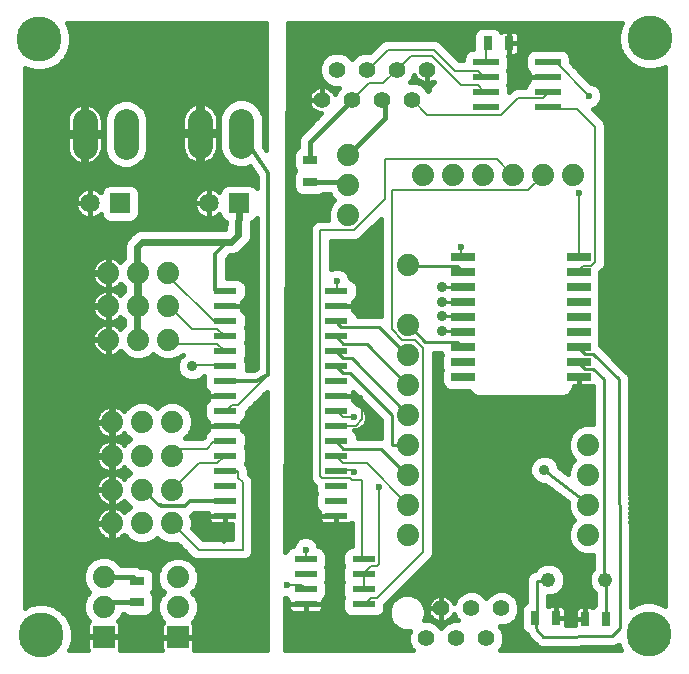
<source format=gbl>
G75*
G70*
%OFA0B0*%
%FSLAX24Y24*%
%IPPOS*%
%LPD*%
%AMOC8*
5,1,8,0,0,1.08239X$1,22.5*
%
%ADD10R,0.0870X0.0240*%
%ADD11R,0.0315X0.0472*%
%ADD12C,0.0480*%
%ADD13R,0.0472X0.0315*%
%ADD14R,0.0800X0.0260*%
%ADD15R,0.0780X0.0210*%
%ADD16C,0.0740*%
%ADD17C,0.0840*%
%ADD18R,0.0740X0.0740*%
%ADD19C,0.0560*%
%ADD20C,0.0650*%
%ADD21R,0.0650X0.0650*%
%ADD22R,0.0780X0.0220*%
%ADD23C,0.0100*%
%ADD24C,0.0360*%
%ADD25C,0.0079*%
%ADD26C,0.0236*%
%ADD27C,0.0160*%
%ADD28C,0.0354*%
%ADD29C,0.0315*%
%ADD30C,0.0120*%
%ADD31C,0.0240*%
%ADD32C,0.1502*%
D10*
X017000Y019086D03*
X017000Y019586D03*
X017000Y020086D03*
X017000Y020586D03*
X019060Y020586D03*
X019060Y020086D03*
X019060Y019586D03*
X019060Y019086D03*
D11*
X017763Y021217D03*
X017055Y021217D03*
X018626Y002061D03*
X019334Y002061D03*
X020301Y002036D03*
X021009Y002036D03*
D12*
X020980Y003336D03*
X019080Y003336D03*
D13*
X005380Y003290D03*
X005380Y002581D03*
X011130Y016606D03*
X011130Y017315D03*
D14*
X016225Y014086D03*
X016225Y013586D03*
X016225Y013086D03*
X016225Y012586D03*
X016225Y012086D03*
X016225Y011586D03*
X016225Y011086D03*
X016225Y010586D03*
X016225Y010086D03*
X020085Y010086D03*
X020085Y010586D03*
X020085Y011086D03*
X020085Y011586D03*
X020085Y012086D03*
X020085Y012586D03*
X020085Y013086D03*
X020085Y013586D03*
X020085Y014086D03*
D15*
X012005Y012961D03*
X012005Y012461D03*
X012005Y011961D03*
X012005Y011461D03*
X012005Y010961D03*
X012005Y010461D03*
X012005Y009961D03*
X012005Y009461D03*
X012005Y008961D03*
X012005Y008461D03*
X012005Y007961D03*
X012005Y007461D03*
X012005Y006961D03*
X012005Y006461D03*
X012005Y005961D03*
X012005Y005461D03*
X008305Y005461D03*
X008305Y005961D03*
X008305Y006461D03*
X008305Y006961D03*
X008305Y007461D03*
X008305Y007961D03*
X008305Y008461D03*
X008305Y008961D03*
X008305Y009461D03*
X008305Y009961D03*
X008305Y010461D03*
X008305Y010961D03*
X008305Y011461D03*
X008305Y011961D03*
X008305Y012461D03*
X008305Y012961D03*
D16*
X006405Y012461D03*
X005405Y012461D03*
X004405Y012461D03*
X004405Y013561D03*
X005405Y013561D03*
X006405Y013561D03*
X006405Y011336D03*
X005405Y011336D03*
X004405Y011336D03*
X004530Y008586D03*
X005530Y008586D03*
X006530Y008586D03*
X006530Y007461D03*
X005530Y007461D03*
X004530Y007461D03*
X004530Y006336D03*
X005530Y006336D03*
X006530Y006336D03*
X006530Y005211D03*
X005530Y005211D03*
X004530Y005211D03*
X004255Y003436D03*
X004255Y002436D03*
X006730Y002411D03*
X006730Y003411D03*
X014405Y004836D03*
X014405Y005836D03*
X014405Y006836D03*
X014405Y007836D03*
X014405Y008836D03*
X014405Y009836D03*
X014405Y010836D03*
X014405Y011836D03*
X014405Y013836D03*
X012405Y015486D03*
X012405Y016486D03*
X012405Y017486D03*
X014905Y016836D03*
X015905Y016836D03*
X016905Y016836D03*
X017905Y016836D03*
X018905Y016836D03*
X019905Y016836D03*
X020405Y007836D03*
X020405Y006836D03*
X020405Y005836D03*
X020405Y004836D03*
D17*
X008844Y017799D02*
X008844Y018639D01*
X007466Y018639D02*
X007466Y017799D01*
X004994Y017774D02*
X004994Y018614D01*
X003616Y018614D02*
X003616Y017774D01*
D18*
X004255Y001436D03*
X006730Y001411D03*
D19*
X015005Y001375D03*
X016005Y001375D03*
X017005Y001375D03*
X016505Y002375D03*
X015505Y002375D03*
X017505Y002375D03*
X014530Y019336D03*
X013530Y019336D03*
X012530Y019336D03*
X011530Y019336D03*
X012030Y020336D03*
X013030Y020336D03*
X014030Y020336D03*
X015030Y020336D03*
D20*
X007755Y015886D03*
X003805Y015886D03*
D21*
X004805Y015886D03*
X008755Y015886D03*
D22*
X010981Y004013D03*
X010981Y003513D03*
X010981Y003013D03*
X010981Y002513D03*
X012921Y002513D03*
X012921Y003013D03*
X012921Y003513D03*
X012921Y004013D03*
D23*
X014345Y006861D02*
X013505Y007701D01*
X012245Y007701D01*
X012035Y007911D01*
X012005Y007961D01*
X013855Y007841D02*
X014345Y007841D01*
X014405Y007836D01*
X013855Y007841D02*
X013855Y008821D01*
X012455Y010221D01*
X012245Y010221D01*
X012005Y010461D01*
X012245Y010711D02*
X012525Y010711D01*
X014345Y008891D01*
X014405Y008836D01*
X014345Y009871D02*
X013015Y011201D01*
X012245Y011201D01*
X012035Y011411D01*
X012005Y011461D01*
X012175Y011761D02*
X013435Y011761D01*
X014345Y010851D01*
X014405Y010836D01*
X014975Y011271D02*
X014415Y011831D01*
X014405Y011836D01*
X014975Y011271D02*
X016025Y011271D01*
X016165Y011131D01*
X016225Y011086D01*
X016225Y011586D02*
X016165Y011621D01*
X015535Y011621D01*
X015535Y012111D02*
X016165Y012111D01*
X016225Y012086D01*
X016225Y012586D02*
X016165Y012601D01*
X015535Y012601D01*
X015535Y013091D02*
X016165Y013091D01*
X016225Y013086D01*
X016225Y013586D02*
X016165Y013651D01*
X016025Y013791D01*
X014415Y013791D01*
X014405Y013836D01*
X012005Y011961D02*
X012035Y011901D01*
X012175Y011761D01*
X012005Y010961D02*
X012035Y010921D01*
X012245Y010711D01*
X008305Y012961D02*
X008325Y013021D01*
X008255Y011971D02*
X007920Y011956D01*
X008255Y011971D02*
X008305Y011961D01*
X008305Y010461D02*
X008255Y010431D01*
X007995Y010471D01*
X005530Y008586D02*
X005595Y008471D01*
X006530Y007461D02*
X006575Y007491D01*
X006785Y007701D01*
X007920Y007951D02*
X008305Y007961D01*
X008305Y006961D02*
X008325Y006931D01*
X008710Y006946D01*
X008305Y005961D02*
X008255Y005951D01*
X006575Y005181D02*
X006530Y005211D01*
X006155Y005811D02*
X006085Y005811D01*
X005595Y006301D01*
X005530Y006336D01*
X005595Y005251D02*
X005530Y005211D01*
X006435Y013441D02*
X006405Y013561D01*
X008770Y015831D02*
X008755Y015886D01*
X018940Y007006D02*
X020365Y005881D01*
X020405Y005836D01*
X020925Y003361D02*
X020980Y003336D01*
X020995Y003291D01*
X020995Y002101D01*
X021009Y002036D01*
X021463Y001732D02*
X021194Y001458D01*
X018912Y001438D01*
X018691Y001661D01*
X018684Y001677D01*
X018680Y001734D01*
X018626Y002061D01*
X018685Y002101D01*
X018685Y003291D01*
X018965Y003291D01*
X019080Y003336D01*
X019035Y003291D01*
X018965Y003291D01*
X020925Y003361D02*
X020925Y010011D01*
X020575Y010361D01*
X020295Y010361D01*
X020085Y010571D01*
X020085Y010586D01*
X020295Y010851D02*
X020575Y010851D01*
X021415Y010011D01*
X021463Y001732D01*
X020295Y010851D02*
X020085Y011061D01*
X020085Y011086D01*
D24*
X018940Y007006D03*
X015535Y011621D03*
X015535Y012111D03*
X015535Y012601D03*
X015535Y013091D03*
X007200Y010446D03*
D25*
X007205Y010501D01*
X007975Y010501D01*
X008305Y010461D01*
X008305Y010961D02*
X008255Y010991D01*
X008045Y011201D01*
X006505Y011201D01*
X006435Y011271D01*
X006405Y011336D01*
X007205Y011691D02*
X006435Y012461D01*
X006405Y012461D01*
X006435Y013441D02*
X007920Y011956D01*
X008045Y011691D02*
X007205Y011691D01*
X008045Y011691D02*
X008255Y011481D01*
X008305Y011461D01*
X009636Y010114D02*
X009655Y010081D01*
X008745Y009171D01*
X008535Y009171D01*
X008325Y008961D01*
X008305Y008961D01*
X007920Y007951D02*
X007905Y007911D01*
X007695Y007701D01*
X006785Y007701D01*
X006530Y007461D01*
X007415Y007211D02*
X006575Y006371D01*
X006530Y006336D01*
X007415Y007211D02*
X008045Y007211D01*
X008255Y007421D01*
X008305Y007461D01*
X008710Y006946D02*
X008745Y006931D01*
X008745Y006721D01*
X008885Y006581D01*
X008885Y004341D01*
X007415Y004341D01*
X006575Y005181D01*
X005234Y003436D02*
X005245Y003361D01*
X005315Y003291D01*
X005380Y003290D01*
X010355Y003151D02*
X010845Y003151D01*
X010915Y003081D01*
X010981Y003013D01*
X010981Y004013D02*
X010985Y004061D01*
X010985Y004341D01*
X012875Y004061D02*
X012921Y004013D01*
X012875Y004061D02*
X012875Y006651D01*
X012525Y006651D01*
X012455Y006721D01*
X011545Y006721D01*
X011475Y006791D01*
X011475Y014981D01*
X012595Y014981D01*
X013645Y016031D01*
X013645Y017361D01*
X017355Y017361D01*
X017845Y016871D01*
X017905Y016836D01*
X018405Y016311D02*
X018895Y016801D01*
X018905Y016836D01*
X018405Y016311D02*
X013855Y016311D01*
X013855Y011691D01*
X014205Y011341D01*
X014625Y011341D01*
X014905Y011061D01*
X014905Y004271D01*
X013365Y002731D01*
X013155Y002731D01*
X012945Y002521D01*
X012921Y002513D01*
X012921Y003013D02*
X012945Y003081D01*
X012945Y003501D01*
X012921Y003513D01*
X012945Y003571D01*
X013155Y003781D01*
X013365Y003781D01*
X013435Y003851D01*
X013435Y006441D01*
X013015Y007211D02*
X014345Y005881D01*
X014405Y005836D01*
X014405Y006836D02*
X014345Y006861D01*
X013015Y007211D02*
X012245Y007211D01*
X012035Y007421D01*
X012005Y007461D01*
X012035Y007001D02*
X012005Y006961D01*
X012035Y007001D02*
X012525Y007001D01*
X012595Y006931D01*
X012665Y008471D02*
X012035Y008471D01*
X012005Y008461D01*
X012245Y008751D02*
X012595Y008751D01*
X012875Y008681D02*
X012665Y008471D01*
X012875Y008681D02*
X012875Y009451D01*
X012035Y009451D01*
X012005Y009461D01*
X012035Y008961D02*
X012005Y008961D01*
X012035Y008961D02*
X012245Y008751D01*
X014345Y009871D02*
X014405Y009836D01*
X012005Y012961D02*
X012035Y013021D01*
X012035Y013301D01*
X016165Y014141D02*
X016225Y014086D01*
X016165Y014141D02*
X016165Y014421D01*
X020085Y014086D02*
X020085Y016241D01*
X020645Y018426D02*
X020645Y013931D01*
X020505Y013791D01*
X020225Y013791D01*
X020085Y013651D01*
X020085Y013586D01*
X020645Y018426D02*
X020031Y019041D01*
X019105Y019041D01*
X019060Y019086D01*
X018895Y019391D02*
X018055Y019391D01*
X017495Y018831D01*
X015045Y018831D01*
X014555Y019321D01*
X014530Y019336D01*
X013575Y019881D02*
X014030Y020336D01*
X014485Y020791D01*
X015185Y020791D01*
X016165Y019811D01*
X016725Y019811D01*
X016935Y019601D01*
X017000Y019586D01*
X017000Y020086D02*
X016935Y020091D01*
X016725Y020301D01*
X015955Y020301D01*
X015255Y021001D01*
X013715Y021001D01*
X013085Y020371D01*
X013030Y020336D01*
X013085Y019881D02*
X013575Y019881D01*
X013085Y019881D02*
X012595Y019391D01*
X012530Y019336D01*
X011405Y018901D02*
X011353Y018910D01*
X017000Y020586D02*
X017005Y020651D01*
X017005Y021211D01*
X017055Y021217D01*
X019060Y020586D02*
X019105Y020581D01*
X019315Y020581D01*
X020435Y019461D01*
X019060Y019586D02*
X019035Y019531D01*
X018895Y019391D01*
D26*
X020435Y019461D03*
X020085Y016241D03*
X016165Y014421D03*
X012035Y013301D03*
X012595Y008751D03*
X012595Y006931D03*
X013435Y006441D03*
X010985Y004341D03*
X010355Y003151D03*
D27*
X010329Y002713D02*
X010410Y002632D01*
X010411Y002631D01*
X010411Y002513D01*
X010981Y002513D01*
X011551Y002513D01*
X011551Y002631D01*
X011552Y002632D01*
X011642Y002722D01*
X011691Y002839D01*
X011691Y003186D01*
X011659Y003263D01*
X011691Y003339D01*
X011691Y003686D01*
X011659Y003763D01*
X011691Y003839D01*
X011691Y004186D01*
X011642Y004304D01*
X011552Y004394D01*
X011435Y004443D01*
X011417Y004443D01*
X011356Y004589D01*
X011233Y004712D01*
X011072Y004779D01*
X010898Y004779D01*
X010737Y004712D01*
X010614Y004589D01*
X010553Y004443D01*
X010527Y004443D01*
X010410Y004394D01*
X010320Y004304D01*
X010301Y004259D01*
X010402Y021887D01*
X021524Y021887D01*
X021474Y021799D01*
X021401Y021527D01*
X021401Y021245D01*
X021474Y020972D01*
X021615Y020728D01*
X021814Y020529D01*
X022059Y020388D01*
X022331Y020315D01*
X022613Y020315D01*
X022885Y020388D01*
X022955Y020428D01*
X022955Y002470D01*
X022836Y002539D01*
X022564Y002612D01*
X022282Y002612D01*
X022010Y002539D01*
X021829Y002435D01*
X021785Y010012D01*
X021785Y010084D01*
X021785Y010085D01*
X021785Y010087D01*
X021756Y010153D01*
X021729Y010220D01*
X021728Y010221D01*
X021727Y010222D01*
X021676Y010273D01*
X020805Y011144D01*
X020805Y011279D01*
X020782Y011336D01*
X020805Y011392D01*
X020805Y011779D01*
X020782Y011836D01*
X020805Y011892D01*
X020805Y012279D01*
X020782Y012336D01*
X020805Y012392D01*
X020805Y012779D01*
X020782Y012836D01*
X020805Y012892D01*
X020805Y013279D01*
X020782Y013336D01*
X020805Y013392D01*
X020805Y013583D01*
X020849Y013626D01*
X020950Y013727D01*
X021004Y013859D01*
X021004Y018498D01*
X020950Y018630D01*
X020849Y018731D01*
X020547Y019033D01*
X020683Y019089D01*
X020806Y019213D01*
X020873Y019374D01*
X020873Y019548D01*
X020806Y019709D01*
X020683Y019832D01*
X020522Y019899D01*
X020505Y019899D01*
X019815Y020589D01*
X019815Y020769D01*
X019766Y020887D01*
X019676Y020977D01*
X019559Y021026D01*
X018561Y021026D01*
X018444Y020977D01*
X018354Y020887D01*
X018305Y020769D01*
X018305Y020402D01*
X018354Y020285D01*
X018444Y020195D01*
X018445Y020194D01*
X018445Y020086D01*
X019060Y020086D01*
X019060Y020086D01*
X018445Y020086D01*
X018445Y019978D01*
X018444Y019977D01*
X018354Y019887D01*
X018305Y019769D01*
X018305Y019750D01*
X017984Y019750D01*
X017851Y019695D01*
X017755Y019599D01*
X017755Y019769D01*
X017728Y019836D01*
X017755Y019902D01*
X017755Y020269D01*
X017728Y020336D01*
X017755Y020402D01*
X017755Y020769D01*
X017742Y020801D01*
X017763Y020801D01*
X017763Y021217D01*
X017763Y021633D01*
X017582Y021633D01*
X017536Y021621D01*
X017498Y021599D01*
X017483Y021634D01*
X017393Y021724D01*
X017276Y021773D01*
X016834Y021773D01*
X016716Y021724D01*
X016626Y021634D01*
X016577Y021517D01*
X016577Y021026D01*
X016501Y021026D01*
X016384Y020977D01*
X016294Y020887D01*
X016245Y020769D01*
X016245Y020660D01*
X016104Y020660D01*
X015560Y021204D01*
X015459Y021305D01*
X015326Y021360D01*
X013644Y021360D01*
X013511Y021305D01*
X013142Y020936D01*
X012911Y020936D01*
X012690Y020844D01*
X012530Y020684D01*
X012370Y020844D01*
X012149Y020936D01*
X011911Y020936D01*
X011690Y020844D01*
X011521Y020676D01*
X011430Y020455D01*
X011430Y020216D01*
X011521Y019996D01*
X011690Y019827D01*
X011911Y019736D01*
X012081Y019736D01*
X012021Y019676D01*
X011955Y019515D01*
X011923Y019577D01*
X011881Y019635D01*
X011830Y019687D01*
X011771Y019729D01*
X011707Y019762D01*
X011638Y019784D01*
X011566Y019796D01*
X011530Y019796D01*
X011530Y019336D01*
X011530Y019796D01*
X011494Y019796D01*
X011422Y019784D01*
X011353Y019762D01*
X011289Y019729D01*
X011230Y019687D01*
X011179Y019635D01*
X011137Y019577D01*
X011104Y019512D01*
X011081Y019444D01*
X011070Y019372D01*
X011070Y019336D01*
X011530Y019336D01*
X011530Y019336D01*
X011530Y019336D01*
X011070Y019336D01*
X011070Y019300D01*
X011081Y019228D01*
X011104Y019159D01*
X011137Y019095D01*
X011179Y019036D01*
X011230Y018985D01*
X011289Y018942D01*
X011353Y018910D01*
X011422Y018887D01*
X011494Y018876D01*
X011504Y018876D01*
X010791Y018162D01*
X010730Y018015D01*
X010730Y017751D01*
X010713Y017744D01*
X010622Y017654D01*
X010574Y017536D01*
X010574Y017094D01*
X010622Y016976D01*
X010638Y016961D01*
X010622Y016945D01*
X010574Y016828D01*
X010574Y016385D01*
X010622Y016268D01*
X010713Y016178D01*
X010830Y016129D01*
X011430Y016129D01*
X011547Y016178D01*
X011576Y016206D01*
X011774Y016206D01*
X011820Y016095D01*
X011929Y015986D01*
X011820Y015877D01*
X011715Y015623D01*
X011715Y015349D01*
X011718Y015340D01*
X011404Y015340D01*
X011271Y015285D01*
X011170Y015184D01*
X011116Y015052D01*
X011116Y006719D01*
X011170Y006587D01*
X011271Y006486D01*
X011295Y006463D01*
X011295Y006292D01*
X011329Y006211D01*
X011295Y006129D01*
X011295Y005792D01*
X011344Y005675D01*
X011434Y005585D01*
X011435Y005584D01*
X011435Y005461D01*
X012005Y005461D01*
X012005Y005461D01*
X011435Y005461D01*
X011435Y005332D01*
X011447Y005286D01*
X011471Y005245D01*
X011504Y005212D01*
X011546Y005188D01*
X011591Y005176D01*
X012005Y005176D01*
X012419Y005176D01*
X012464Y005188D01*
X012506Y005212D01*
X012516Y005222D01*
X012516Y004443D01*
X012467Y004443D01*
X012350Y004394D01*
X012260Y004304D01*
X012211Y004186D01*
X012211Y003839D01*
X012243Y003763D01*
X012211Y003686D01*
X012211Y003339D01*
X012243Y003263D01*
X012211Y003186D01*
X012211Y002839D01*
X012243Y002763D01*
X012211Y002686D01*
X012211Y002339D01*
X012260Y002222D01*
X012350Y002132D01*
X012467Y002083D01*
X013375Y002083D01*
X013492Y002132D01*
X013582Y002222D01*
X013631Y002339D01*
X013631Y002489D01*
X015109Y003966D01*
X015210Y004067D01*
X015264Y004199D01*
X015264Y010901D01*
X015505Y010901D01*
X015505Y010892D01*
X015528Y010836D01*
X015505Y010779D01*
X015505Y010392D01*
X015528Y010336D01*
X015505Y010279D01*
X015505Y009892D01*
X015554Y009775D01*
X015644Y009685D01*
X015761Y009636D01*
X016430Y009636D01*
X016441Y009609D01*
X016553Y009497D01*
X016700Y009436D01*
X019610Y009436D01*
X019757Y009497D01*
X019869Y009609D01*
X019930Y009756D01*
X019930Y009776D01*
X020085Y009776D01*
X020085Y010048D01*
X020085Y010048D01*
X020085Y009776D01*
X020509Y009776D01*
X020554Y009788D01*
X020555Y009788D01*
X020555Y008521D01*
X020542Y008526D01*
X020268Y008526D01*
X020014Y008421D01*
X019820Y008227D01*
X019715Y007973D01*
X019715Y007699D01*
X019820Y007445D01*
X019929Y007336D01*
X019820Y007227D01*
X019715Y006973D01*
X019715Y006865D01*
X019440Y007082D01*
X019440Y007105D01*
X019364Y007289D01*
X019223Y007430D01*
X019039Y007506D01*
X018841Y007506D01*
X018657Y007430D01*
X018516Y007289D01*
X018440Y007105D01*
X018440Y006906D01*
X018516Y006723D01*
X018657Y006582D01*
X018841Y006506D01*
X018976Y006506D01*
X019715Y005923D01*
X019715Y005699D01*
X019820Y005445D01*
X019929Y005336D01*
X019820Y005227D01*
X019715Y004973D01*
X019715Y004699D01*
X019820Y004445D01*
X020014Y004251D01*
X020268Y004146D01*
X020542Y004146D01*
X020555Y004151D01*
X020555Y003703D01*
X020505Y003653D01*
X020420Y003447D01*
X020420Y003224D01*
X020505Y003019D01*
X020625Y002899D01*
X020625Y002498D01*
X020581Y002453D01*
X020566Y002418D01*
X020528Y002440D01*
X020482Y002452D01*
X020301Y002452D01*
X020301Y002036D01*
X020301Y002036D01*
X020301Y002452D01*
X020119Y002452D01*
X020074Y002440D01*
X020033Y002416D01*
X019999Y002383D01*
X019975Y002342D01*
X019963Y002296D01*
X019963Y002036D01*
X020301Y002036D01*
X020301Y002036D01*
X019963Y002036D01*
X019963Y001817D01*
X019672Y001815D01*
X019672Y002061D01*
X019672Y002321D01*
X019660Y002367D01*
X019636Y002408D01*
X019602Y002441D01*
X019561Y002465D01*
X019516Y002477D01*
X019334Y002477D01*
X019153Y002477D01*
X019107Y002465D01*
X019069Y002443D01*
X019055Y002477D01*
X019055Y002776D01*
X019191Y002776D01*
X019397Y002861D01*
X019555Y003019D01*
X019640Y003224D01*
X019640Y003447D01*
X019555Y003653D01*
X019397Y003811D01*
X019191Y003896D01*
X018969Y003896D01*
X018763Y003811D01*
X018613Y003661D01*
X018611Y003661D01*
X018475Y003604D01*
X018371Y003500D01*
X018315Y003364D01*
X018315Y002580D01*
X018287Y002568D01*
X018197Y002478D01*
X018148Y002361D01*
X018148Y001761D01*
X018197Y001643D01*
X018287Y001553D01*
X018344Y001530D01*
X018347Y001525D01*
X018348Y001522D01*
X018375Y001455D01*
X018376Y001454D01*
X018376Y001453D01*
X018427Y001402D01*
X018478Y001350D01*
X018479Y001349D01*
X018599Y001228D01*
X018600Y001225D01*
X018651Y001176D01*
X018701Y001125D01*
X018703Y001124D01*
X018705Y001122D01*
X018771Y001096D01*
X018836Y001068D01*
X018839Y001068D01*
X018841Y001067D01*
X018913Y001068D01*
X018984Y001068D01*
X018986Y001069D01*
X021197Y001088D01*
X021270Y001089D01*
X021271Y001089D01*
X021338Y001118D01*
X021406Y001146D01*
X021406Y001146D01*
X021406Y001147D01*
X021417Y001157D01*
X021425Y001127D01*
X021509Y000981D01*
X017460Y000981D01*
X017514Y001035D01*
X017605Y001255D01*
X017605Y001494D01*
X017514Y001715D01*
X017454Y001775D01*
X017624Y001775D01*
X017845Y001866D01*
X018014Y002035D01*
X018105Y002255D01*
X018105Y002494D01*
X018014Y002715D01*
X017845Y002883D01*
X017624Y002975D01*
X017386Y002975D01*
X017165Y002883D01*
X017005Y002723D01*
X016845Y002883D01*
X016624Y002975D01*
X016386Y002975D01*
X016165Y002883D01*
X015996Y002715D01*
X015930Y002554D01*
X015898Y002616D01*
X015856Y002674D01*
X015805Y002726D01*
X015746Y002768D01*
X015682Y002801D01*
X015613Y002823D01*
X015541Y002835D01*
X015505Y002835D01*
X015505Y002375D01*
X015505Y002835D01*
X015469Y002835D01*
X015397Y002823D01*
X015328Y002801D01*
X015264Y002768D01*
X015205Y002726D01*
X015154Y002674D01*
X015112Y002616D01*
X015079Y002551D01*
X015056Y002483D01*
X015045Y002411D01*
X015045Y002375D01*
X015505Y002375D01*
X015505Y002375D01*
X015505Y002375D01*
X015045Y002375D01*
X015045Y002339D01*
X015056Y002267D01*
X015079Y002198D01*
X015112Y002134D01*
X015154Y002075D01*
X015205Y002024D01*
X015264Y001981D01*
X015328Y001949D01*
X015397Y001926D01*
X015469Y001915D01*
X015505Y001915D01*
X015541Y001915D01*
X015613Y001926D01*
X015682Y001949D01*
X015746Y001981D01*
X015805Y002024D01*
X015856Y002075D01*
X015898Y002134D01*
X015930Y002195D01*
X015996Y002035D01*
X016056Y001975D01*
X015886Y001975D01*
X015665Y001883D01*
X015505Y001723D01*
X015345Y001883D01*
X015124Y001975D01*
X014927Y001975D01*
X014982Y002109D01*
X014982Y002353D01*
X014889Y002580D01*
X014716Y002753D01*
X014490Y002846D01*
X014245Y002846D01*
X014019Y002753D01*
X013846Y002580D01*
X013752Y002353D01*
X013752Y002109D01*
X013846Y001883D01*
X014019Y001709D01*
X014245Y001616D01*
X014455Y001616D01*
X014405Y001494D01*
X014405Y001255D01*
X014496Y001035D01*
X014550Y000981D01*
X010282Y000981D01*
X010292Y002713D01*
X010329Y002713D01*
X010291Y002556D02*
X010411Y002556D01*
X010411Y002513D02*
X010411Y002379D01*
X010423Y002333D01*
X010447Y002292D01*
X010480Y002259D01*
X010522Y002235D01*
X010567Y002223D01*
X010981Y002223D01*
X011395Y002223D01*
X011440Y002235D01*
X011482Y002259D01*
X011515Y002292D01*
X011539Y002333D01*
X011551Y002379D01*
X011551Y002513D01*
X010981Y002513D01*
X010981Y002513D01*
X010981Y002513D01*
X010411Y002513D01*
X010411Y002397D02*
X010290Y002397D01*
X010289Y002239D02*
X010515Y002239D01*
X010289Y002080D02*
X013764Y002080D01*
X013752Y002239D02*
X013589Y002239D01*
X013631Y002397D02*
X013770Y002397D01*
X013836Y002556D02*
X013698Y002556D01*
X013857Y002714D02*
X013980Y002714D01*
X014015Y002873D02*
X016154Y002873D01*
X015996Y002714D02*
X015816Y002714D01*
X015929Y002556D02*
X015931Y002556D01*
X015505Y002556D02*
X015505Y002556D01*
X015505Y002714D02*
X015505Y002714D01*
X015194Y002714D02*
X014754Y002714D01*
X014899Y002556D02*
X015081Y002556D01*
X015045Y002397D02*
X014964Y002397D01*
X014982Y002239D02*
X015066Y002239D01*
X015150Y002080D02*
X014971Y002080D01*
X015252Y001922D02*
X015424Y001922D01*
X015505Y001922D02*
X015505Y001922D01*
X015505Y001915D02*
X015505Y002375D01*
X015505Y002375D01*
X015505Y001915D01*
X015586Y001922D02*
X015758Y001922D01*
X015860Y002080D02*
X015978Y002080D01*
X015505Y002080D02*
X015505Y002080D01*
X015505Y002239D02*
X015505Y002239D01*
X015505Y002397D02*
X015505Y002397D01*
X015465Y001763D02*
X015545Y001763D01*
X014451Y001605D02*
X010286Y001605D01*
X010287Y001763D02*
X013965Y001763D01*
X013829Y001922D02*
X010288Y001922D01*
X010285Y001446D02*
X014405Y001446D01*
X014405Y001288D02*
X010284Y001288D01*
X010283Y001129D02*
X014457Y001129D01*
X012253Y002239D02*
X011447Y002239D01*
X011551Y002397D02*
X012211Y002397D01*
X012211Y002556D02*
X011551Y002556D01*
X011635Y002714D02*
X012223Y002714D01*
X012211Y002873D02*
X011691Y002873D01*
X011691Y003031D02*
X012211Y003031D01*
X012212Y003190D02*
X011690Y003190D01*
X011691Y003348D02*
X012211Y003348D01*
X012211Y003507D02*
X011691Y003507D01*
X011691Y003665D02*
X012211Y003665D01*
X012217Y003824D02*
X011685Y003824D01*
X011691Y003982D02*
X012211Y003982D01*
X012211Y004141D02*
X011691Y004141D01*
X011644Y004299D02*
X012258Y004299D01*
X012516Y004458D02*
X011411Y004458D01*
X011329Y004616D02*
X012516Y004616D01*
X012516Y004775D02*
X011082Y004775D01*
X010888Y004775D02*
X010304Y004775D01*
X010305Y004933D02*
X012516Y004933D01*
X012516Y005092D02*
X010306Y005092D01*
X010307Y005250D02*
X011468Y005250D01*
X011435Y005409D02*
X010308Y005409D01*
X010308Y005567D02*
X011435Y005567D01*
X011322Y005726D02*
X010309Y005726D01*
X010310Y005884D02*
X011295Y005884D01*
X011295Y006043D02*
X010311Y006043D01*
X010312Y006201D02*
X011325Y006201D01*
X011295Y006360D02*
X010313Y006360D01*
X010314Y006518D02*
X011239Y006518D01*
X011133Y006677D02*
X010315Y006677D01*
X010316Y006835D02*
X011116Y006835D01*
X011116Y006994D02*
X010317Y006994D01*
X010318Y007152D02*
X011116Y007152D01*
X011116Y007311D02*
X010318Y007311D01*
X010319Y007469D02*
X011116Y007469D01*
X011116Y007628D02*
X010320Y007628D01*
X010321Y007786D02*
X011116Y007786D01*
X011116Y007945D02*
X010322Y007945D01*
X010323Y008103D02*
X011116Y008103D01*
X011116Y008262D02*
X010324Y008262D01*
X010325Y008420D02*
X011116Y008420D01*
X011116Y008579D02*
X010326Y008579D01*
X010327Y008737D02*
X011116Y008737D01*
X011116Y008896D02*
X010327Y008896D01*
X010328Y009054D02*
X011116Y009054D01*
X011116Y009213D02*
X010329Y009213D01*
X010330Y009371D02*
X011116Y009371D01*
X011116Y009530D02*
X010331Y009530D01*
X010332Y009688D02*
X011116Y009688D01*
X011116Y009847D02*
X010333Y009847D01*
X010334Y010005D02*
X011116Y010005D01*
X011116Y010164D02*
X010335Y010164D01*
X010336Y010322D02*
X011116Y010322D01*
X011116Y010481D02*
X010337Y010481D01*
X010337Y010639D02*
X011116Y010639D01*
X011116Y010798D02*
X010338Y010798D01*
X010339Y010956D02*
X011116Y010956D01*
X011116Y011115D02*
X010340Y011115D01*
X010341Y011273D02*
X011116Y011273D01*
X011116Y011432D02*
X010342Y011432D01*
X010343Y011590D02*
X011116Y011590D01*
X011116Y011749D02*
X010344Y011749D01*
X010345Y011907D02*
X011116Y011907D01*
X011116Y012066D02*
X010346Y012066D01*
X010347Y012224D02*
X011116Y012224D01*
X011116Y012383D02*
X010347Y012383D01*
X010348Y012541D02*
X011116Y012541D01*
X011116Y012700D02*
X010349Y012700D01*
X010350Y012858D02*
X011116Y012858D01*
X011116Y013017D02*
X010351Y013017D01*
X010352Y013175D02*
X011116Y013175D01*
X011116Y013334D02*
X010353Y013334D01*
X010354Y013492D02*
X011116Y013492D01*
X011116Y013651D02*
X010355Y013651D01*
X010356Y013809D02*
X011116Y013809D01*
X011116Y013968D02*
X010356Y013968D01*
X010357Y014126D02*
X011116Y014126D01*
X011116Y014285D02*
X010358Y014285D01*
X010359Y014443D02*
X011116Y014443D01*
X011116Y014602D02*
X010360Y014602D01*
X010361Y014760D02*
X011116Y014760D01*
X011116Y014919D02*
X010362Y014919D01*
X010363Y015077D02*
X011126Y015077D01*
X011222Y015236D02*
X010364Y015236D01*
X010365Y015394D02*
X011715Y015394D01*
X011715Y015553D02*
X010366Y015553D01*
X010366Y015711D02*
X011752Y015711D01*
X011817Y015870D02*
X010367Y015870D01*
X010368Y016028D02*
X011887Y016028D01*
X011782Y016187D02*
X011557Y016187D01*
X011130Y016606D02*
X012284Y016606D01*
X012405Y016486D01*
X012405Y017486D02*
X013630Y018711D01*
X013630Y019236D01*
X013530Y019336D01*
X014479Y019936D02*
X014539Y019996D01*
X014605Y020156D01*
X014637Y020095D01*
X014679Y020036D01*
X014730Y019985D01*
X014789Y019942D01*
X014853Y019910D01*
X014922Y019887D01*
X014994Y019876D01*
X015030Y019876D01*
X015066Y019876D01*
X015138Y019887D01*
X015207Y019910D01*
X015250Y019931D01*
X015146Y019828D01*
X015061Y019622D01*
X015039Y019676D01*
X014870Y019844D01*
X014649Y019936D01*
X014479Y019936D01*
X014534Y019991D02*
X014724Y019991D01*
X014609Y020149D02*
X014602Y020149D01*
X014882Y019832D02*
X015151Y019832D01*
X015030Y019876D02*
X015030Y020336D01*
X015030Y020336D01*
X015030Y019876D01*
X015030Y019991D02*
X015030Y019991D01*
X015030Y020149D02*
X015030Y020149D01*
X015030Y020308D02*
X015030Y020308D01*
X015039Y019674D02*
X015082Y019674D01*
X015981Y020783D02*
X016251Y020783D01*
X016348Y020942D02*
X015822Y020942D01*
X015664Y021100D02*
X016577Y021100D01*
X016577Y021259D02*
X015505Y021259D01*
X016577Y021417D02*
X010399Y021417D01*
X010398Y021259D02*
X013465Y021259D01*
X013306Y021100D02*
X010397Y021100D01*
X010396Y020942D02*
X013148Y020942D01*
X012629Y020783D02*
X012431Y020783D01*
X011629Y020783D02*
X010395Y020783D01*
X010395Y020625D02*
X011500Y020625D01*
X011435Y020466D02*
X010394Y020466D01*
X010393Y020308D02*
X011430Y020308D01*
X011458Y020149D02*
X010392Y020149D01*
X010391Y019991D02*
X011526Y019991D01*
X011685Y019832D02*
X010390Y019832D01*
X010389Y019674D02*
X011218Y019674D01*
X011105Y019515D02*
X010388Y019515D01*
X010387Y019357D02*
X011070Y019357D01*
X011091Y019198D02*
X010386Y019198D01*
X010385Y019040D02*
X011176Y019040D01*
X011459Y018881D02*
X010385Y018881D01*
X010384Y018723D02*
X011351Y018723D01*
X011193Y018564D02*
X010383Y018564D01*
X010382Y018406D02*
X011034Y018406D01*
X010876Y018247D02*
X010381Y018247D01*
X010380Y018089D02*
X010760Y018089D01*
X010730Y017930D02*
X010379Y017930D01*
X010378Y017772D02*
X010730Y017772D01*
X010606Y017613D02*
X010377Y017613D01*
X010376Y017455D02*
X010574Y017455D01*
X010574Y017296D02*
X010375Y017296D01*
X010375Y017138D02*
X010574Y017138D01*
X010621Y016979D02*
X010374Y016979D01*
X010373Y016821D02*
X010574Y016821D01*
X010574Y016662D02*
X010372Y016662D01*
X010371Y016504D02*
X010574Y016504D01*
X010590Y016345D02*
X010370Y016345D01*
X010369Y016187D02*
X010703Y016187D01*
X011130Y017315D02*
X011130Y017936D01*
X012530Y019336D01*
X011955Y019515D02*
X011955Y019515D01*
X012021Y019674D02*
X011842Y019674D01*
X011530Y019674D02*
X011530Y019674D01*
X011530Y019515D02*
X011530Y019515D01*
X011530Y019357D02*
X011530Y019357D01*
X009661Y019357D02*
X009044Y019357D01*
X008991Y019379D02*
X008697Y019379D01*
X008425Y019266D01*
X008217Y019058D01*
X008104Y018786D01*
X008104Y017652D01*
X008217Y017380D01*
X008425Y017172D01*
X008697Y017059D01*
X008991Y017059D01*
X009121Y017113D01*
X009350Y016768D01*
X009350Y016393D01*
X009261Y016482D01*
X009144Y016531D01*
X008366Y016531D01*
X008249Y016482D01*
X008159Y016392D01*
X008110Y016274D01*
X008110Y016245D01*
X008084Y016271D01*
X008020Y016318D01*
X007949Y016354D01*
X007873Y016378D01*
X007795Y016391D01*
X007755Y016391D01*
X007715Y016391D01*
X007637Y016378D01*
X007561Y016354D01*
X007490Y016318D01*
X007426Y016271D01*
X007370Y016215D01*
X007323Y016150D01*
X007287Y016080D01*
X007262Y016004D01*
X007250Y015926D01*
X007250Y015886D01*
X007755Y015886D01*
X007755Y016391D01*
X007755Y015886D01*
X007755Y015886D01*
X007755Y015886D01*
X007250Y015886D01*
X007250Y015846D01*
X007262Y015768D01*
X007287Y015692D01*
X007323Y015621D01*
X007370Y015557D01*
X007426Y015501D01*
X007490Y015454D01*
X007561Y015418D01*
X007637Y015393D01*
X007715Y015381D01*
X007755Y015381D01*
X007795Y015381D01*
X007873Y015393D01*
X007949Y015418D01*
X008020Y015454D01*
X008084Y015501D01*
X008110Y015527D01*
X008110Y015497D01*
X008159Y015380D01*
X008249Y015290D01*
X008316Y015262D01*
X008310Y015026D01*
X005442Y015026D01*
X005281Y014959D01*
X005106Y014784D01*
X005106Y014784D01*
X004982Y014660D01*
X004915Y014498D01*
X004915Y014047D01*
X004820Y013952D01*
X004812Y013932D01*
X004763Y013980D01*
X004693Y014031D01*
X004616Y014071D01*
X004534Y014097D01*
X004448Y014111D01*
X004425Y014111D01*
X004425Y013581D01*
X004385Y013581D01*
X004385Y014111D01*
X004362Y014111D01*
X004276Y014097D01*
X004194Y014071D01*
X004117Y014031D01*
X004047Y013980D01*
X003985Y013919D01*
X003935Y013849D01*
X003895Y013772D01*
X003869Y013690D01*
X003855Y013604D01*
X003855Y013581D01*
X004385Y013581D01*
X004385Y013541D01*
X003855Y013541D01*
X003855Y013518D01*
X003869Y013432D01*
X003895Y013350D01*
X003935Y013273D01*
X003985Y013203D01*
X004047Y013141D01*
X004117Y013090D01*
X004194Y013051D01*
X004276Y013024D01*
X004362Y013011D01*
X004385Y013011D01*
X004385Y013541D01*
X004425Y013541D01*
X004425Y013011D01*
X004448Y013011D01*
X004534Y013024D01*
X004616Y013051D01*
X004693Y013090D01*
X004763Y013141D01*
X004812Y013190D01*
X004820Y013170D01*
X004915Y013075D01*
X004915Y012947D01*
X004820Y012852D01*
X004812Y012832D01*
X004763Y012880D01*
X004693Y012931D01*
X004616Y012971D01*
X004534Y012997D01*
X004448Y013011D01*
X004425Y013011D01*
X004425Y012481D01*
X004385Y012481D01*
X004385Y013011D01*
X004362Y013011D01*
X004276Y012997D01*
X004194Y012971D01*
X004117Y012931D01*
X004047Y012880D01*
X003985Y012819D01*
X003935Y012749D01*
X003895Y012672D01*
X003869Y012590D01*
X003855Y012504D01*
X003855Y012481D01*
X004385Y012481D01*
X004385Y012441D01*
X003855Y012441D01*
X003855Y012418D01*
X003869Y012332D01*
X003895Y012250D01*
X003935Y012173D01*
X003985Y012103D01*
X004047Y012041D01*
X004117Y011990D01*
X004194Y011951D01*
X004276Y011924D01*
X004362Y011911D01*
X004385Y011911D01*
X004385Y012441D01*
X004425Y012441D01*
X004425Y011911D01*
X004448Y011911D01*
X004534Y011924D01*
X004616Y011951D01*
X004693Y011990D01*
X004763Y012041D01*
X004812Y012090D01*
X004820Y012070D01*
X004915Y011975D01*
X004915Y011822D01*
X004820Y011727D01*
X004812Y011707D01*
X004763Y011755D01*
X004693Y011806D01*
X004616Y011846D01*
X004534Y011872D01*
X004448Y011886D01*
X004425Y011886D01*
X004425Y011356D01*
X004385Y011356D01*
X004385Y011886D01*
X004362Y011886D01*
X004276Y011872D01*
X004194Y011846D01*
X004117Y011806D01*
X004047Y011755D01*
X003985Y011694D01*
X003935Y011624D01*
X003895Y011547D01*
X003869Y011465D01*
X003855Y011379D01*
X003855Y011356D01*
X004385Y011356D01*
X004385Y011316D01*
X003855Y011316D01*
X003855Y011293D01*
X003869Y011207D01*
X003895Y011125D01*
X003935Y011048D01*
X003985Y010978D01*
X004047Y010916D01*
X004117Y010865D01*
X004194Y010826D01*
X004276Y010799D01*
X004362Y010786D01*
X004385Y010786D01*
X004385Y011316D01*
X004425Y011316D01*
X004425Y010786D01*
X004448Y010786D01*
X004534Y010799D01*
X004616Y010826D01*
X004693Y010865D01*
X004763Y010916D01*
X004812Y010965D01*
X004820Y010945D01*
X005014Y010751D01*
X005268Y010646D01*
X005542Y010646D01*
X005796Y010751D01*
X005905Y010860D01*
X006014Y010751D01*
X006268Y010646D01*
X006542Y010646D01*
X006796Y010751D01*
X006886Y010841D01*
X006889Y010841D01*
X006776Y010729D01*
X006700Y010545D01*
X006700Y010346D01*
X006776Y010163D01*
X006917Y010022D01*
X007101Y009946D01*
X007299Y009946D01*
X007483Y010022D01*
X007598Y010137D01*
X007595Y010129D01*
X007595Y009792D01*
X007644Y009675D01*
X007734Y009585D01*
X007735Y009584D01*
X007735Y009461D01*
X008305Y009461D01*
X008305Y009461D01*
X007735Y009461D01*
X007735Y009338D01*
X007734Y009337D01*
X007644Y009247D01*
X007595Y009129D01*
X007595Y008792D01*
X007644Y008675D01*
X007734Y008585D01*
X007735Y008584D01*
X007735Y008461D01*
X008305Y008461D01*
X008875Y008461D01*
X008875Y008584D01*
X008876Y008585D01*
X008966Y008675D01*
X009015Y008792D01*
X009015Y008933D01*
X009682Y009600D01*
X009700Y000981D01*
X007270Y000981D01*
X007280Y001017D01*
X007280Y001391D01*
X006750Y001391D01*
X006750Y001431D01*
X007280Y001431D01*
X007280Y001805D01*
X007268Y001850D01*
X007244Y001891D01*
X007215Y001920D01*
X007315Y002020D01*
X007420Y002274D01*
X007420Y002548D01*
X007315Y002802D01*
X007206Y002911D01*
X007315Y003020D01*
X007420Y003274D01*
X007420Y003548D01*
X007315Y003802D01*
X007121Y003996D01*
X006867Y004101D01*
X006593Y004101D01*
X006339Y003996D01*
X006145Y003802D01*
X006040Y003548D01*
X006040Y003274D01*
X006145Y003020D01*
X006254Y002911D01*
X006145Y002802D01*
X006040Y002548D01*
X006040Y002274D01*
X006145Y002020D01*
X006245Y001920D01*
X006216Y001891D01*
X006192Y001850D01*
X006180Y001805D01*
X006180Y001431D01*
X006710Y001431D01*
X006710Y001391D01*
X006180Y001391D01*
X006180Y001017D01*
X006190Y000981D01*
X004784Y000981D01*
X004793Y000996D01*
X004805Y001042D01*
X004805Y001416D01*
X004275Y001416D01*
X004275Y001456D01*
X004805Y001456D01*
X004805Y001830D01*
X004793Y001875D01*
X004769Y001916D01*
X004740Y001945D01*
X004840Y002045D01*
X004897Y002181D01*
X004934Y002181D01*
X004963Y002153D01*
X005080Y002104D01*
X005680Y002104D01*
X005797Y002153D01*
X005888Y002243D01*
X005936Y002360D01*
X005936Y002803D01*
X005888Y002920D01*
X005872Y002936D01*
X005888Y002951D01*
X005936Y003069D01*
X005936Y003511D01*
X005888Y003629D01*
X005797Y003719D01*
X005680Y003768D01*
X005468Y003768D01*
X005461Y003775D01*
X005314Y003836D01*
X004831Y003836D01*
X004646Y004021D01*
X004392Y004126D01*
X004118Y004126D01*
X003864Y004021D01*
X003670Y003827D01*
X003565Y003573D01*
X003565Y003299D01*
X003670Y003045D01*
X003779Y002936D01*
X003670Y002827D01*
X003565Y002573D01*
X003565Y002299D01*
X003670Y002045D01*
X003770Y001945D01*
X003741Y001916D01*
X003717Y001875D01*
X003705Y001830D01*
X003705Y001456D01*
X004235Y001456D01*
X004235Y001416D01*
X003705Y001416D01*
X003705Y001042D01*
X003717Y000996D01*
X003726Y000981D01*
X003108Y000981D01*
X003156Y001064D01*
X003229Y001337D01*
X003229Y001619D01*
X003156Y001891D01*
X003015Y002136D01*
X002816Y002335D01*
X002571Y002476D01*
X002299Y002549D01*
X002017Y002549D01*
X001745Y002476D01*
X001625Y002407D01*
X001625Y020399D01*
X001682Y020367D01*
X001954Y020294D01*
X002236Y020294D01*
X002508Y020367D01*
X002753Y020508D01*
X002952Y020707D01*
X003093Y020951D01*
X003166Y021224D01*
X003166Y021506D01*
X003093Y021778D01*
X003030Y021887D01*
X009656Y021887D01*
X009665Y017669D01*
X009584Y017791D01*
X009584Y018786D01*
X009471Y019058D01*
X009263Y019266D01*
X008991Y019379D01*
X008644Y019357D02*
X001625Y019357D01*
X001625Y019515D02*
X009661Y019515D01*
X009661Y019674D02*
X001625Y019674D01*
X001625Y019832D02*
X009660Y019832D01*
X009660Y019991D02*
X001625Y019991D01*
X001625Y020149D02*
X009660Y020149D01*
X009659Y020308D02*
X002289Y020308D01*
X001901Y020308D02*
X001625Y020308D01*
X002681Y020466D02*
X009659Y020466D01*
X009659Y020625D02*
X002870Y020625D01*
X002996Y020783D02*
X009658Y020783D01*
X009658Y020942D02*
X003088Y020942D01*
X003133Y021100D02*
X009658Y021100D01*
X009657Y021259D02*
X003166Y021259D01*
X003166Y021417D02*
X009657Y021417D01*
X009657Y021576D02*
X003147Y021576D01*
X003105Y021734D02*
X009656Y021734D01*
X010401Y021734D02*
X016740Y021734D01*
X016602Y021576D02*
X010400Y021576D01*
X009662Y019198D02*
X009331Y019198D01*
X009479Y019040D02*
X009662Y019040D01*
X009662Y018881D02*
X009545Y018881D01*
X009584Y018723D02*
X009663Y018723D01*
X009663Y018564D02*
X009584Y018564D01*
X009584Y018406D02*
X009663Y018406D01*
X009664Y018247D02*
X009584Y018247D01*
X009584Y018089D02*
X009664Y018089D01*
X009664Y017930D02*
X009584Y017930D01*
X009596Y017772D02*
X009665Y017772D01*
X009210Y016979D02*
X001625Y016979D01*
X001625Y016821D02*
X009315Y016821D01*
X009350Y016662D02*
X001625Y016662D01*
X001625Y016504D02*
X004351Y016504D01*
X004299Y016482D02*
X004209Y016392D01*
X004160Y016274D01*
X004160Y016245D01*
X004134Y016271D01*
X004070Y016318D01*
X003999Y016354D01*
X003923Y016378D01*
X003845Y016391D01*
X003805Y016391D01*
X003765Y016391D01*
X003687Y016378D01*
X003611Y016354D01*
X003540Y016318D01*
X003476Y016271D01*
X003420Y016215D01*
X003373Y016150D01*
X003337Y016080D01*
X003312Y016004D01*
X003300Y015926D01*
X003300Y015886D01*
X003805Y015886D01*
X003805Y016391D01*
X003805Y015886D01*
X003805Y015886D01*
X003805Y015886D01*
X003300Y015886D01*
X003300Y015846D01*
X003312Y015768D01*
X003337Y015692D01*
X003373Y015621D01*
X003420Y015557D01*
X003476Y015501D01*
X003540Y015454D01*
X003611Y015418D01*
X003687Y015393D01*
X003765Y015381D01*
X003805Y015381D01*
X003845Y015381D01*
X003923Y015393D01*
X003999Y015418D01*
X004070Y015454D01*
X004134Y015501D01*
X004160Y015527D01*
X004160Y015497D01*
X004209Y015380D01*
X004299Y015290D01*
X004416Y015241D01*
X005194Y015241D01*
X005311Y015290D01*
X005401Y015380D01*
X005450Y015497D01*
X005450Y016274D01*
X005401Y016392D01*
X005311Y016482D01*
X005194Y016531D01*
X004416Y016531D01*
X004299Y016482D01*
X004189Y016345D02*
X004015Y016345D01*
X003805Y016345D02*
X003805Y016345D01*
X003805Y016187D02*
X003805Y016187D01*
X003805Y016028D02*
X003805Y016028D01*
X003805Y015886D02*
X003805Y015381D01*
X003805Y015886D01*
X003805Y015886D01*
X003805Y015870D02*
X003805Y015870D01*
X003805Y015711D02*
X003805Y015711D01*
X003805Y015553D02*
X003805Y015553D01*
X003805Y015394D02*
X003805Y015394D01*
X003927Y015394D02*
X004203Y015394D01*
X003683Y015394D02*
X001625Y015394D01*
X001625Y015236D02*
X008315Y015236D01*
X008311Y015077D02*
X001625Y015077D01*
X001625Y014919D02*
X005241Y014919D01*
X005082Y014760D02*
X001625Y014760D01*
X001625Y014602D02*
X004958Y014602D01*
X004915Y014443D02*
X001625Y014443D01*
X001625Y014285D02*
X004915Y014285D01*
X004915Y014126D02*
X001625Y014126D01*
X001625Y013968D02*
X004034Y013968D01*
X003914Y013809D02*
X001625Y013809D01*
X001625Y013651D02*
X003862Y013651D01*
X003859Y013492D02*
X001625Y013492D01*
X001625Y013334D02*
X003903Y013334D01*
X004013Y013175D02*
X001625Y013175D01*
X001625Y013017D02*
X004324Y013017D01*
X004385Y013017D02*
X004425Y013017D01*
X004486Y013017D02*
X004915Y013017D01*
X004827Y012858D02*
X004785Y012858D01*
X004425Y012858D02*
X004385Y012858D01*
X004385Y012700D02*
X004425Y012700D01*
X004425Y012541D02*
X004385Y012541D01*
X004385Y012383D02*
X004425Y012383D01*
X004425Y012224D02*
X004385Y012224D01*
X004385Y012066D02*
X004425Y012066D01*
X004788Y012066D02*
X004824Y012066D01*
X004915Y011907D02*
X001625Y011907D01*
X001625Y011749D02*
X004040Y011749D01*
X003917Y011590D02*
X001625Y011590D01*
X001625Y011432D02*
X003863Y011432D01*
X003858Y011273D02*
X001625Y011273D01*
X001625Y011115D02*
X003900Y011115D01*
X004007Y010956D02*
X001625Y010956D01*
X001625Y010798D02*
X004286Y010798D01*
X004385Y010798D02*
X004425Y010798D01*
X004524Y010798D02*
X004967Y010798D01*
X004815Y010956D02*
X004803Y010956D01*
X004425Y010956D02*
X004385Y010956D01*
X004385Y011115D02*
X004425Y011115D01*
X004425Y011273D02*
X004385Y011273D01*
X004385Y011432D02*
X004425Y011432D01*
X004425Y011590D02*
X004385Y011590D01*
X004385Y011749D02*
X004425Y011749D01*
X004770Y011749D02*
X004842Y011749D01*
X004022Y012066D02*
X001625Y012066D01*
X001625Y012224D02*
X003908Y012224D01*
X003860Y012383D02*
X001625Y012383D01*
X001625Y012541D02*
X003861Y012541D01*
X003910Y012700D02*
X001625Y012700D01*
X001625Y012858D02*
X004025Y012858D01*
X004385Y013175D02*
X004425Y013175D01*
X004425Y013334D02*
X004385Y013334D01*
X004385Y013492D02*
X004425Y013492D01*
X004425Y013651D02*
X004385Y013651D01*
X004385Y013809D02*
X004425Y013809D01*
X004425Y013968D02*
X004385Y013968D01*
X004776Y013968D02*
X004836Y013968D01*
X004797Y013175D02*
X004818Y013175D01*
X005407Y015394D02*
X007633Y015394D01*
X007755Y015394D02*
X007755Y015394D01*
X007755Y015381D02*
X007755Y015886D01*
X007755Y015886D01*
X007755Y015381D01*
X007877Y015394D02*
X008153Y015394D01*
X007755Y015553D02*
X007755Y015553D01*
X007755Y015711D02*
X007755Y015711D01*
X007755Y015870D02*
X007755Y015870D01*
X007755Y016028D02*
X007755Y016028D01*
X007755Y016187D02*
X007755Y016187D01*
X007755Y016345D02*
X007755Y016345D01*
X007545Y016345D02*
X005421Y016345D01*
X005450Y016187D02*
X007350Y016187D01*
X007270Y016028D02*
X005450Y016028D01*
X005450Y015870D02*
X007250Y015870D01*
X007281Y015711D02*
X005450Y015711D01*
X005450Y015553D02*
X007374Y015553D01*
X007965Y016345D02*
X008139Y016345D01*
X008301Y016504D02*
X005259Y016504D01*
X005141Y017034D02*
X004847Y017034D01*
X004575Y017147D01*
X004367Y017355D01*
X004254Y017627D01*
X004254Y018761D01*
X004367Y019033D01*
X004575Y019241D01*
X004847Y019354D01*
X005141Y019354D01*
X005413Y019241D01*
X005621Y019033D01*
X005734Y018761D01*
X005734Y017627D01*
X005621Y017355D01*
X005413Y017147D01*
X005141Y017034D01*
X005392Y017138D02*
X008506Y017138D01*
X008300Y017296D02*
X007795Y017296D01*
X007780Y017286D02*
X007857Y017341D01*
X007924Y017408D01*
X007979Y017484D01*
X008022Y017569D01*
X008051Y017658D01*
X008066Y017752D01*
X008066Y018159D01*
X007526Y018159D01*
X007526Y018279D01*
X007406Y018279D01*
X007406Y019237D01*
X007326Y019224D01*
X007236Y019195D01*
X007152Y019152D01*
X007075Y019097D01*
X007008Y019030D01*
X006953Y018953D01*
X006910Y018869D01*
X006881Y018779D01*
X006866Y018686D01*
X006866Y018279D01*
X007406Y018279D01*
X007406Y018159D01*
X006866Y018159D01*
X006866Y017752D01*
X006881Y017658D01*
X006910Y017569D01*
X006953Y017484D01*
X007008Y017408D01*
X007075Y017341D01*
X007152Y017286D01*
X007236Y017243D01*
X007326Y017214D01*
X007406Y017201D01*
X007406Y018159D01*
X007526Y018159D01*
X007526Y017201D01*
X007607Y017214D01*
X007696Y017243D01*
X007780Y017286D01*
X007958Y017455D02*
X008186Y017455D01*
X008120Y017613D02*
X008037Y017613D01*
X008066Y017772D02*
X008104Y017772D01*
X008104Y017930D02*
X008066Y017930D01*
X008066Y018089D02*
X008104Y018089D01*
X008104Y018247D02*
X007526Y018247D01*
X007526Y018279D02*
X008066Y018279D01*
X008066Y018686D01*
X008051Y018779D01*
X008022Y018869D01*
X007979Y018953D01*
X007924Y019030D01*
X007857Y019097D01*
X007780Y019152D01*
X007696Y019195D01*
X007607Y019224D01*
X007526Y019237D01*
X007526Y018279D01*
X007406Y018247D02*
X005734Y018247D01*
X005734Y018089D02*
X006866Y018089D01*
X006866Y017930D02*
X005734Y017930D01*
X005734Y017772D02*
X006866Y017772D01*
X006895Y017613D02*
X005728Y017613D01*
X005663Y017455D02*
X006974Y017455D01*
X007137Y017296D02*
X005563Y017296D01*
X004596Y017138D02*
X001625Y017138D01*
X001625Y017296D02*
X003253Y017296D01*
X003225Y017316D02*
X003302Y017261D01*
X003386Y017218D01*
X003476Y017189D01*
X003556Y017176D01*
X003556Y018134D01*
X003016Y018134D01*
X003016Y017727D01*
X003031Y017633D01*
X003060Y017544D01*
X003103Y017459D01*
X003158Y017383D01*
X003225Y017316D01*
X003106Y017455D02*
X001625Y017455D01*
X001625Y017613D02*
X003037Y017613D01*
X003016Y017772D02*
X001625Y017772D01*
X001625Y017930D02*
X003016Y017930D01*
X003016Y018089D02*
X001625Y018089D01*
X001625Y018247D02*
X003556Y018247D01*
X003556Y018254D02*
X003556Y018134D01*
X003676Y018134D01*
X003676Y018254D01*
X003556Y018254D01*
X003556Y019212D01*
X003476Y019199D01*
X003386Y019170D01*
X003302Y019127D01*
X003225Y019072D01*
X003158Y019005D01*
X003103Y018928D01*
X003060Y018844D01*
X003031Y018754D01*
X003016Y018661D01*
X003016Y018254D01*
X003556Y018254D01*
X003676Y018254D02*
X003676Y019212D01*
X003757Y019199D01*
X003846Y019170D01*
X003930Y019127D01*
X004007Y019072D01*
X004074Y019005D01*
X004129Y018928D01*
X004172Y018844D01*
X004201Y018754D01*
X004216Y018661D01*
X004216Y018254D01*
X003676Y018254D01*
X003676Y018247D02*
X004254Y018247D01*
X004216Y018134D02*
X003676Y018134D01*
X003676Y017176D01*
X003757Y017189D01*
X003846Y017218D01*
X003930Y017261D01*
X004007Y017316D01*
X004074Y017383D01*
X004129Y017459D01*
X004172Y017544D01*
X004201Y017633D01*
X004216Y017727D01*
X004216Y018134D01*
X004216Y018089D02*
X004254Y018089D01*
X004254Y017930D02*
X004216Y017930D01*
X004216Y017772D02*
X004254Y017772D01*
X004259Y017613D02*
X004195Y017613D01*
X004126Y017455D02*
X004325Y017455D01*
X004425Y017296D02*
X003980Y017296D01*
X003676Y017296D02*
X003556Y017296D01*
X003556Y017455D02*
X003676Y017455D01*
X003676Y017613D02*
X003556Y017613D01*
X003556Y017772D02*
X003676Y017772D01*
X003676Y017930D02*
X003556Y017930D01*
X003556Y018089D02*
X003676Y018089D01*
X003676Y018406D02*
X003556Y018406D01*
X003556Y018564D02*
X003676Y018564D01*
X003676Y018723D02*
X003556Y018723D01*
X003556Y018881D02*
X003676Y018881D01*
X003676Y019040D02*
X003556Y019040D01*
X003556Y019198D02*
X003676Y019198D01*
X003759Y019198D02*
X004532Y019198D01*
X004373Y019040D02*
X004039Y019040D01*
X004153Y018881D02*
X004304Y018881D01*
X004254Y018723D02*
X004206Y018723D01*
X004216Y018564D02*
X004254Y018564D01*
X004254Y018406D02*
X004216Y018406D01*
X003473Y019198D02*
X001625Y019198D01*
X001625Y019040D02*
X003193Y019040D01*
X003079Y018881D02*
X001625Y018881D01*
X001625Y018723D02*
X003026Y018723D01*
X003016Y018564D02*
X001625Y018564D01*
X001625Y018406D02*
X003016Y018406D01*
X003595Y016345D02*
X001625Y016345D01*
X001625Y016187D02*
X003400Y016187D01*
X003320Y016028D02*
X001625Y016028D01*
X001625Y015870D02*
X003300Y015870D01*
X003331Y015711D02*
X001625Y015711D01*
X001625Y015553D02*
X003424Y015553D01*
X005734Y018406D02*
X006866Y018406D01*
X006866Y018564D02*
X005734Y018564D01*
X005734Y018723D02*
X006872Y018723D01*
X006916Y018881D02*
X005684Y018881D01*
X005615Y019040D02*
X007018Y019040D01*
X007246Y019198D02*
X005456Y019198D01*
X007406Y019198D02*
X007526Y019198D01*
X007526Y019040D02*
X007406Y019040D01*
X007406Y018881D02*
X007526Y018881D01*
X007526Y018723D02*
X007406Y018723D01*
X007406Y018564D02*
X007526Y018564D01*
X007526Y018406D02*
X007406Y018406D01*
X007406Y018089D02*
X007526Y018089D01*
X007526Y017930D02*
X007406Y017930D01*
X007406Y017772D02*
X007526Y017772D01*
X007526Y017613D02*
X007406Y017613D01*
X007406Y017455D02*
X007526Y017455D01*
X007526Y017296D02*
X007406Y017296D01*
X008066Y018406D02*
X008104Y018406D01*
X008104Y018564D02*
X008066Y018564D01*
X008060Y018723D02*
X008104Y018723D01*
X008143Y018881D02*
X008016Y018881D01*
X007914Y019040D02*
X008209Y019040D01*
X008357Y019198D02*
X007686Y019198D01*
X009209Y016504D02*
X009350Y016504D01*
X009350Y015378D02*
X009350Y010389D01*
X009266Y010341D01*
X009015Y010341D01*
X009015Y010629D01*
X008981Y010711D01*
X009015Y010792D01*
X009015Y011129D01*
X008981Y011211D01*
X009015Y011292D01*
X009015Y011629D01*
X008981Y011711D01*
X009015Y011792D01*
X009015Y012129D01*
X008966Y012247D01*
X008876Y012337D01*
X008875Y012338D01*
X008875Y012461D01*
X008875Y012584D01*
X008876Y012585D01*
X008966Y012675D01*
X009015Y012792D01*
X009015Y013129D01*
X008966Y013247D01*
X008876Y013337D01*
X008759Y013386D01*
X008400Y013386D01*
X008372Y013395D01*
X008360Y013394D01*
X008360Y014028D01*
X008477Y014146D01*
X008593Y014146D01*
X008754Y014213D01*
X008878Y014337D01*
X009052Y014511D01*
X009112Y014567D01*
X009114Y014573D01*
X009118Y014577D01*
X009149Y014652D01*
X009183Y014727D01*
X009183Y014733D01*
X009185Y014738D01*
X009185Y014820D01*
X009196Y015262D01*
X009261Y015290D01*
X009350Y015378D01*
X009350Y015236D02*
X009195Y015236D01*
X009191Y015077D02*
X009350Y015077D01*
X009350Y014919D02*
X009187Y014919D01*
X009185Y014760D02*
X009350Y014760D01*
X009350Y014602D02*
X009128Y014602D01*
X008985Y014443D02*
X009350Y014443D01*
X009350Y014285D02*
X008826Y014285D01*
X008458Y014126D02*
X009350Y014126D01*
X009350Y013968D02*
X008360Y013968D01*
X008360Y013809D02*
X009350Y013809D01*
X009350Y013651D02*
X008360Y013651D01*
X008360Y013492D02*
X009350Y013492D01*
X009350Y013334D02*
X008880Y013334D01*
X008996Y013175D02*
X009350Y013175D01*
X009350Y013017D02*
X009015Y013017D01*
X009015Y012858D02*
X009350Y012858D01*
X009350Y012700D02*
X008977Y012700D01*
X008875Y012541D02*
X009350Y012541D01*
X009350Y012383D02*
X008875Y012383D01*
X008875Y012461D02*
X008305Y012461D01*
X008875Y012461D01*
X008976Y012224D02*
X009350Y012224D01*
X009350Y012066D02*
X009015Y012066D01*
X009015Y011907D02*
X009350Y011907D01*
X009350Y011749D02*
X008997Y011749D01*
X009015Y011590D02*
X009350Y011590D01*
X009350Y011432D02*
X009015Y011432D01*
X009007Y011273D02*
X009350Y011273D01*
X009350Y011115D02*
X009015Y011115D01*
X009015Y010956D02*
X009350Y010956D01*
X009350Y010798D02*
X009015Y010798D01*
X009011Y010639D02*
X009350Y010639D01*
X009350Y010481D02*
X009015Y010481D01*
X008405Y009961D02*
X008280Y009961D01*
X007595Y010005D02*
X007443Y010005D01*
X007595Y009847D02*
X001625Y009847D01*
X001625Y010005D02*
X006957Y010005D01*
X006776Y010164D02*
X001625Y010164D01*
X001625Y010322D02*
X006710Y010322D01*
X006700Y010481D02*
X001625Y010481D01*
X001625Y010639D02*
X006739Y010639D01*
X006843Y010798D02*
X006845Y010798D01*
X005967Y010798D02*
X005843Y010798D01*
X005667Y009276D02*
X005393Y009276D01*
X005139Y009171D01*
X004945Y008977D01*
X004937Y008957D01*
X004888Y009005D01*
X004818Y009056D01*
X004741Y009096D01*
X004659Y009122D01*
X004573Y009136D01*
X004550Y009136D01*
X004550Y008606D01*
X004510Y008606D01*
X004510Y009136D01*
X004487Y009136D01*
X004401Y009122D01*
X004319Y009096D01*
X004242Y009056D01*
X004172Y009005D01*
X004110Y008944D01*
X004060Y008874D01*
X004020Y008797D01*
X003994Y008715D01*
X003980Y008629D01*
X003980Y008606D01*
X004510Y008606D01*
X004510Y008566D01*
X003980Y008566D01*
X003980Y008543D01*
X003994Y008457D01*
X004020Y008375D01*
X004060Y008298D01*
X004110Y008228D01*
X004172Y008166D01*
X004242Y008115D01*
X004319Y008076D01*
X004401Y008049D01*
X004487Y008036D01*
X004510Y008036D01*
X004510Y008566D01*
X004550Y008566D01*
X004550Y008036D01*
X004573Y008036D01*
X004659Y008049D01*
X004741Y008076D01*
X004818Y008115D01*
X004888Y008166D01*
X004937Y008215D01*
X004945Y008195D01*
X005117Y008023D01*
X004945Y007852D01*
X004937Y007832D01*
X004888Y007880D01*
X004818Y007931D01*
X004741Y007971D01*
X004659Y007997D01*
X004573Y008011D01*
X004550Y008011D01*
X004550Y007481D01*
X004510Y007481D01*
X004510Y008011D01*
X004487Y008011D01*
X004401Y007997D01*
X004319Y007971D01*
X004242Y007931D01*
X004172Y007880D01*
X004110Y007819D01*
X004060Y007749D01*
X004020Y007672D01*
X003994Y007590D01*
X003980Y007504D01*
X003980Y007481D01*
X004510Y007481D01*
X004510Y007441D01*
X003980Y007441D01*
X003980Y007418D01*
X003994Y007332D01*
X004020Y007250D01*
X004060Y007173D01*
X004110Y007103D01*
X004172Y007041D01*
X004242Y006990D01*
X004319Y006951D01*
X004401Y006924D01*
X004487Y006911D01*
X004510Y006911D01*
X004510Y007441D01*
X004550Y007441D01*
X004550Y006911D01*
X004573Y006911D01*
X004659Y006924D01*
X004741Y006951D01*
X004818Y006990D01*
X004888Y007041D01*
X004937Y007090D01*
X004945Y007070D01*
X005117Y006898D01*
X004945Y006727D01*
X004937Y006707D01*
X004888Y006755D01*
X004818Y006806D01*
X004741Y006846D01*
X004659Y006872D01*
X004573Y006886D01*
X004550Y006886D01*
X004550Y006356D01*
X004510Y006356D01*
X004510Y006886D01*
X004487Y006886D01*
X004401Y006872D01*
X004319Y006846D01*
X004242Y006806D01*
X004172Y006755D01*
X004110Y006694D01*
X004060Y006624D01*
X004020Y006547D01*
X003994Y006465D01*
X003980Y006379D01*
X003980Y006356D01*
X004510Y006356D01*
X004510Y006316D01*
X003980Y006316D01*
X003980Y006293D01*
X003994Y006207D01*
X004020Y006125D01*
X004060Y006048D01*
X004110Y005978D01*
X004172Y005916D01*
X004242Y005865D01*
X004319Y005826D01*
X004401Y005799D01*
X004487Y005786D01*
X004510Y005786D01*
X004510Y006316D01*
X004550Y006316D01*
X004550Y005786D01*
X004573Y005786D01*
X004659Y005799D01*
X004741Y005826D01*
X004818Y005865D01*
X004888Y005916D01*
X004937Y005965D01*
X004945Y005945D01*
X005117Y005773D01*
X004945Y005602D01*
X004937Y005582D01*
X004888Y005630D01*
X004818Y005681D01*
X004741Y005721D01*
X004659Y005747D01*
X004573Y005761D01*
X004550Y005761D01*
X004550Y005231D01*
X004510Y005231D01*
X004510Y005761D01*
X004487Y005761D01*
X004401Y005747D01*
X004319Y005721D01*
X004242Y005681D01*
X004172Y005630D01*
X004110Y005569D01*
X004060Y005499D01*
X004020Y005422D01*
X003994Y005340D01*
X003980Y005254D01*
X003980Y005231D01*
X004510Y005231D01*
X004510Y005191D01*
X003980Y005191D01*
X003980Y005168D01*
X003994Y005082D01*
X004020Y005000D01*
X004060Y004923D01*
X004110Y004853D01*
X004172Y004791D01*
X004242Y004740D01*
X004319Y004701D01*
X004401Y004674D01*
X004487Y004661D01*
X004510Y004661D01*
X004510Y005191D01*
X004550Y005191D01*
X004550Y004661D01*
X004573Y004661D01*
X004659Y004674D01*
X004741Y004701D01*
X004818Y004740D01*
X004888Y004791D01*
X004937Y004840D01*
X004945Y004820D01*
X005139Y004626D01*
X005393Y004521D01*
X005667Y004521D01*
X005921Y004626D01*
X006030Y004735D01*
X006139Y004626D01*
X006393Y004521D01*
X006667Y004521D01*
X006709Y004538D01*
X007211Y004036D01*
X007344Y003981D01*
X008956Y003981D01*
X009089Y004036D01*
X009190Y004137D01*
X009244Y004269D01*
X009244Y006652D01*
X009190Y006784D01*
X009104Y006870D01*
X009104Y006929D01*
X009105Y006998D01*
X009104Y007000D01*
X009104Y007002D01*
X009078Y007066D01*
X009052Y007131D01*
X009051Y007132D01*
X009050Y007134D01*
X009001Y007183D01*
X008987Y007198D01*
X008981Y007211D01*
X009015Y007292D01*
X009015Y007629D01*
X008981Y007711D01*
X009015Y007792D01*
X009015Y008129D01*
X008966Y008247D01*
X008876Y008337D01*
X008875Y008338D01*
X008875Y008461D01*
X008305Y008461D01*
X008305Y008461D01*
X008305Y008461D01*
X007735Y008461D01*
X007735Y008338D01*
X007734Y008337D01*
X007644Y008247D01*
X007607Y008159D01*
X007601Y008152D01*
X007578Y008092D01*
X007546Y008060D01*
X006980Y008060D01*
X007115Y008195D01*
X007220Y008449D01*
X007220Y008723D01*
X007115Y008977D01*
X006921Y009171D01*
X006667Y009276D01*
X006393Y009276D01*
X006139Y009171D01*
X006030Y009062D01*
X005921Y009171D01*
X005667Y009276D01*
X005819Y009213D02*
X006241Y009213D01*
X006819Y009213D02*
X007630Y009213D01*
X007595Y009054D02*
X007037Y009054D01*
X007148Y008896D02*
X007595Y008896D01*
X007618Y008737D02*
X007214Y008737D01*
X007220Y008579D02*
X007735Y008579D01*
X007735Y008420D02*
X007208Y008420D01*
X007143Y008262D02*
X007658Y008262D01*
X007582Y008103D02*
X007023Y008103D01*
X007735Y009371D02*
X001625Y009371D01*
X001625Y009213D02*
X005241Y009213D01*
X005023Y009054D02*
X004821Y009054D01*
X004550Y009054D02*
X004510Y009054D01*
X004510Y008896D02*
X004550Y008896D01*
X004550Y008737D02*
X004510Y008737D01*
X004510Y008579D02*
X001625Y008579D01*
X001625Y008737D02*
X004001Y008737D01*
X004075Y008896D02*
X001625Y008896D01*
X001625Y009054D02*
X004239Y009054D01*
X004005Y008420D02*
X001625Y008420D01*
X001625Y008262D02*
X004086Y008262D01*
X004265Y008103D02*
X001625Y008103D01*
X001625Y007945D02*
X004268Y007945D01*
X004087Y007786D02*
X001625Y007786D01*
X001625Y007628D02*
X004006Y007628D01*
X004000Y007311D02*
X001625Y007311D01*
X001625Y007469D02*
X004510Y007469D01*
X004510Y007311D02*
X004550Y007311D01*
X004550Y007152D02*
X004510Y007152D01*
X004510Y006994D02*
X004550Y006994D01*
X004550Y006835D02*
X004510Y006835D01*
X004510Y006677D02*
X004550Y006677D01*
X004550Y006518D02*
X004510Y006518D01*
X004510Y006360D02*
X004550Y006360D01*
X004550Y006201D02*
X004510Y006201D01*
X004510Y006043D02*
X004550Y006043D01*
X004550Y005884D02*
X004510Y005884D01*
X004510Y005726D02*
X004550Y005726D01*
X004550Y005567D02*
X004510Y005567D01*
X004510Y005409D02*
X004550Y005409D01*
X004550Y005250D02*
X004510Y005250D01*
X004510Y005092D02*
X004550Y005092D01*
X004550Y004933D02*
X004510Y004933D01*
X004510Y004775D02*
X004550Y004775D01*
X004866Y004775D02*
X004990Y004775D01*
X005162Y004616D02*
X001625Y004616D01*
X001625Y004458D02*
X006790Y004458D01*
X006948Y004299D02*
X001625Y004299D01*
X001625Y004141D02*
X007107Y004141D01*
X007134Y003982D02*
X007341Y003982D01*
X007293Y003824D02*
X009694Y003824D01*
X009694Y003982D02*
X008959Y003982D01*
X009191Y004141D02*
X009694Y004141D01*
X009693Y004299D02*
X009244Y004299D01*
X009244Y004458D02*
X009693Y004458D01*
X009693Y004616D02*
X009244Y004616D01*
X009244Y004775D02*
X009692Y004775D01*
X009692Y004933D02*
X009244Y004933D01*
X009244Y005092D02*
X009692Y005092D01*
X009691Y005250D02*
X009244Y005250D01*
X009244Y005409D02*
X009691Y005409D01*
X009691Y005567D02*
X009244Y005567D01*
X009244Y005726D02*
X009690Y005726D01*
X009690Y005884D02*
X009244Y005884D01*
X009244Y006043D02*
X009690Y006043D01*
X009689Y006201D02*
X009244Y006201D01*
X009244Y006360D02*
X009689Y006360D01*
X009689Y006518D02*
X009244Y006518D01*
X009234Y006677D02*
X009688Y006677D01*
X009688Y006835D02*
X009139Y006835D01*
X009105Y006994D02*
X009688Y006994D01*
X009687Y007152D02*
X009032Y007152D01*
X009015Y007311D02*
X009687Y007311D01*
X009687Y007469D02*
X009015Y007469D01*
X009015Y007628D02*
X009686Y007628D01*
X009686Y007786D02*
X009013Y007786D01*
X009015Y007945D02*
X009686Y007945D01*
X009685Y008103D02*
X009015Y008103D01*
X008952Y008262D02*
X009685Y008262D01*
X009685Y008420D02*
X008875Y008420D01*
X008875Y008579D02*
X009684Y008579D01*
X009684Y008737D02*
X008992Y008737D01*
X009015Y008896D02*
X009683Y008896D01*
X009683Y009054D02*
X009137Y009054D01*
X009295Y009213D02*
X009683Y009213D01*
X009682Y009371D02*
X009454Y009371D01*
X009612Y009530D02*
X009682Y009530D01*
X007735Y009530D02*
X001625Y009530D01*
X001625Y009688D02*
X007638Y009688D01*
X005037Y008103D02*
X004795Y008103D01*
X004792Y007945D02*
X005038Y007945D01*
X004550Y007945D02*
X004510Y007945D01*
X004510Y008103D02*
X004550Y008103D01*
X004550Y008262D02*
X004510Y008262D01*
X004510Y008420D02*
X004550Y008420D01*
X004550Y007786D02*
X004510Y007786D01*
X004510Y007628D02*
X004550Y007628D01*
X004074Y007152D02*
X001625Y007152D01*
X001625Y006994D02*
X004237Y006994D01*
X004299Y006835D02*
X001625Y006835D01*
X001625Y006677D02*
X004098Y006677D01*
X004011Y006518D02*
X001625Y006518D01*
X001625Y006360D02*
X003980Y006360D01*
X003995Y006201D02*
X001625Y006201D01*
X001625Y006043D02*
X004063Y006043D01*
X004216Y005884D02*
X001625Y005884D01*
X001625Y005726D02*
X004335Y005726D01*
X004109Y005567D02*
X001625Y005567D01*
X001625Y005409D02*
X004016Y005409D01*
X003980Y005250D02*
X001625Y005250D01*
X001625Y005092D02*
X003992Y005092D01*
X004054Y004933D02*
X001625Y004933D01*
X001625Y004775D02*
X004194Y004775D01*
X003826Y003982D02*
X001625Y003982D01*
X001625Y003824D02*
X003669Y003824D01*
X003603Y003665D02*
X001625Y003665D01*
X001625Y003507D02*
X003565Y003507D01*
X003565Y003348D02*
X001625Y003348D01*
X001625Y003190D02*
X003610Y003190D01*
X003684Y003031D02*
X001625Y003031D01*
X001625Y002873D02*
X003716Y002873D01*
X003624Y002714D02*
X001625Y002714D01*
X001625Y002556D02*
X003565Y002556D01*
X003565Y002397D02*
X002708Y002397D01*
X002912Y002239D02*
X003590Y002239D01*
X003655Y002080D02*
X003047Y002080D01*
X003139Y001922D02*
X003746Y001922D01*
X003705Y001763D02*
X003190Y001763D01*
X003229Y001605D02*
X003705Y001605D01*
X003705Y001288D02*
X003216Y001288D01*
X003229Y001446D02*
X004235Y001446D01*
X004275Y001446D02*
X006180Y001446D01*
X006180Y001288D02*
X004805Y001288D01*
X004805Y001129D02*
X006180Y001129D01*
X006180Y001605D02*
X004805Y001605D01*
X004805Y001763D02*
X006180Y001763D01*
X006243Y001922D02*
X004764Y001922D01*
X004855Y002080D02*
X006120Y002080D01*
X006054Y002239D02*
X005884Y002239D01*
X005936Y002397D02*
X006040Y002397D01*
X006043Y002556D02*
X005936Y002556D01*
X005936Y002714D02*
X006109Y002714D01*
X006216Y002873D02*
X005907Y002873D01*
X005921Y003031D02*
X006140Y003031D01*
X006075Y003190D02*
X005936Y003190D01*
X005936Y003348D02*
X006040Y003348D01*
X006040Y003507D02*
X005936Y003507D01*
X005851Y003665D02*
X006089Y003665D01*
X006167Y003824D02*
X005343Y003824D01*
X005234Y003436D02*
X004255Y003436D01*
X004684Y003982D02*
X006326Y003982D01*
X006162Y004616D02*
X005898Y004616D01*
X007211Y005053D02*
X007220Y005074D01*
X007220Y005348D01*
X007172Y005465D01*
X007277Y005571D01*
X007735Y005571D01*
X007735Y005461D01*
X008305Y005461D01*
X008305Y005461D01*
X007735Y005461D01*
X007735Y005332D01*
X007747Y005286D01*
X007771Y005245D01*
X007804Y005212D01*
X007846Y005188D01*
X007891Y005176D01*
X008305Y005176D01*
X008526Y005176D01*
X008526Y004700D01*
X007564Y004700D01*
X007211Y005053D01*
X007220Y005092D02*
X008526Y005092D01*
X008526Y004933D02*
X007331Y004933D01*
X007489Y004775D02*
X008526Y004775D01*
X008305Y005176D02*
X008305Y005461D01*
X008305Y005461D01*
X008305Y005176D01*
X008305Y005250D02*
X008305Y005250D01*
X008305Y005409D02*
X008305Y005409D01*
X007768Y005250D02*
X007220Y005250D01*
X007195Y005409D02*
X007735Y005409D01*
X007735Y005567D02*
X007274Y005567D01*
X007277Y005571D02*
X007277Y005571D01*
X007371Y003665D02*
X009695Y003665D01*
X009695Y003507D02*
X007420Y003507D01*
X007420Y003348D02*
X009695Y003348D01*
X009696Y003190D02*
X007385Y003190D01*
X007320Y003031D02*
X009696Y003031D01*
X009696Y002873D02*
X007244Y002873D01*
X007351Y002714D02*
X009697Y002714D01*
X009697Y002556D02*
X007417Y002556D01*
X007420Y002397D02*
X009697Y002397D01*
X009698Y002239D02*
X007406Y002239D01*
X007340Y002080D02*
X009698Y002080D01*
X009698Y001922D02*
X007217Y001922D01*
X007280Y001763D02*
X009699Y001763D01*
X009699Y001605D02*
X007280Y001605D01*
X007280Y001446D02*
X009699Y001446D01*
X009700Y001288D02*
X007280Y001288D01*
X007280Y001129D02*
X009700Y001129D01*
X010981Y002223D02*
X010981Y002513D01*
X010981Y002223D01*
X010981Y002239D02*
X010981Y002239D01*
X010981Y002397D02*
X010981Y002397D01*
X010981Y002513D02*
X010981Y002513D01*
X010318Y004299D02*
X010301Y004299D01*
X010302Y004458D02*
X010559Y004458D01*
X010641Y004616D02*
X010303Y004616D01*
X012005Y005176D02*
X012005Y005461D01*
X012005Y005176D01*
X012005Y005250D02*
X012005Y005250D01*
X012005Y005409D02*
X012005Y005409D01*
X012005Y005461D02*
X012005Y005461D01*
X014332Y003190D02*
X018315Y003190D01*
X018315Y003348D02*
X014491Y003348D01*
X014649Y003507D02*
X018378Y003507D01*
X018618Y003665D02*
X014808Y003665D01*
X014966Y003824D02*
X018795Y003824D01*
X019365Y003824D02*
X020555Y003824D01*
X020555Y003982D02*
X015125Y003982D01*
X015240Y004141D02*
X020555Y004141D01*
X020518Y003665D02*
X019542Y003665D01*
X019615Y003507D02*
X020445Y003507D01*
X020420Y003348D02*
X019640Y003348D01*
X019626Y003190D02*
X020434Y003190D01*
X020500Y003031D02*
X019560Y003031D01*
X019409Y002873D02*
X020625Y002873D01*
X020625Y002714D02*
X019055Y002714D01*
X019055Y002556D02*
X020625Y002556D01*
X020301Y002397D02*
X020301Y002397D01*
X020301Y002239D02*
X020301Y002239D01*
X020301Y002080D02*
X020301Y002080D01*
X020014Y002397D02*
X019642Y002397D01*
X019672Y002239D02*
X019963Y002239D01*
X019963Y002080D02*
X019672Y002080D01*
X019672Y002061D02*
X019334Y002061D01*
X019334Y002477D01*
X019334Y002061D01*
X019334Y002061D01*
X019334Y002061D01*
X019672Y002061D01*
X019672Y001922D02*
X019963Y001922D01*
X019334Y002080D02*
X019334Y002080D01*
X019334Y002239D02*
X019334Y002239D01*
X019334Y002397D02*
X019334Y002397D01*
X018315Y002714D02*
X018014Y002714D01*
X018079Y002556D02*
X018274Y002556D01*
X018163Y002397D02*
X018105Y002397D01*
X018098Y002239D02*
X018148Y002239D01*
X018148Y002080D02*
X018032Y002080D01*
X018148Y001922D02*
X017901Y001922D01*
X018148Y001763D02*
X017465Y001763D01*
X017559Y001605D02*
X018235Y001605D01*
X018383Y001446D02*
X017605Y001446D01*
X017605Y001288D02*
X018540Y001288D01*
X018697Y001129D02*
X017553Y001129D01*
X017856Y002873D02*
X018315Y002873D01*
X018315Y003031D02*
X014174Y003031D01*
X015264Y004299D02*
X019966Y004299D01*
X019815Y004458D02*
X015264Y004458D01*
X015264Y004616D02*
X019749Y004616D01*
X019715Y004775D02*
X015264Y004775D01*
X015264Y004933D02*
X019715Y004933D01*
X019764Y005092D02*
X015264Y005092D01*
X015264Y005250D02*
X019844Y005250D01*
X019856Y005409D02*
X015264Y005409D01*
X015264Y005567D02*
X019769Y005567D01*
X019715Y005726D02*
X015264Y005726D01*
X015264Y005884D02*
X019715Y005884D01*
X019563Y006043D02*
X015264Y006043D01*
X015264Y006201D02*
X019362Y006201D01*
X019161Y006360D02*
X015264Y006360D01*
X015264Y006518D02*
X018810Y006518D01*
X018562Y006677D02*
X015264Y006677D01*
X015264Y006835D02*
X018469Y006835D01*
X018440Y006994D02*
X015264Y006994D01*
X015264Y007152D02*
X018459Y007152D01*
X018538Y007311D02*
X015264Y007311D01*
X015264Y007469D02*
X018752Y007469D01*
X019128Y007469D02*
X019810Y007469D01*
X019744Y007628D02*
X015264Y007628D01*
X015264Y007786D02*
X019715Y007786D01*
X019715Y007945D02*
X015264Y007945D01*
X015264Y008103D02*
X019769Y008103D01*
X019855Y008262D02*
X015264Y008262D01*
X015264Y008420D02*
X020014Y008420D01*
X020555Y008579D02*
X015264Y008579D01*
X015264Y008737D02*
X020555Y008737D01*
X020555Y008896D02*
X015264Y008896D01*
X015264Y009054D02*
X020555Y009054D01*
X020555Y009213D02*
X015264Y009213D01*
X015264Y009371D02*
X020555Y009371D01*
X020555Y009530D02*
X019790Y009530D01*
X019902Y009688D02*
X020555Y009688D01*
X020085Y009847D02*
X020085Y009847D01*
X020085Y010005D02*
X020085Y010005D01*
X020993Y010956D02*
X022955Y010956D01*
X022955Y010798D02*
X021151Y010798D01*
X021310Y010639D02*
X022955Y010639D01*
X022955Y010481D02*
X021468Y010481D01*
X021627Y010322D02*
X022955Y010322D01*
X022955Y010164D02*
X021752Y010164D01*
X021785Y010005D02*
X022955Y010005D01*
X022955Y009847D02*
X021786Y009847D01*
X021787Y009688D02*
X022955Y009688D01*
X022955Y009530D02*
X021788Y009530D01*
X021789Y009371D02*
X022955Y009371D01*
X022955Y009213D02*
X021790Y009213D01*
X021791Y009054D02*
X022955Y009054D01*
X022955Y008896D02*
X021792Y008896D01*
X021792Y008737D02*
X022955Y008737D01*
X022955Y008579D02*
X021793Y008579D01*
X021794Y008420D02*
X022955Y008420D01*
X022955Y008262D02*
X021795Y008262D01*
X021796Y008103D02*
X022955Y008103D01*
X022955Y007945D02*
X021797Y007945D01*
X021798Y007786D02*
X022955Y007786D01*
X022955Y007628D02*
X021799Y007628D01*
X021800Y007469D02*
X022955Y007469D01*
X022955Y007311D02*
X021801Y007311D01*
X021802Y007152D02*
X022955Y007152D01*
X022955Y006994D02*
X021803Y006994D01*
X021804Y006835D02*
X022955Y006835D01*
X022955Y006677D02*
X021805Y006677D01*
X021805Y006518D02*
X022955Y006518D01*
X022955Y006360D02*
X021806Y006360D01*
X021807Y006201D02*
X022955Y006201D01*
X022955Y006043D02*
X021808Y006043D01*
X021809Y005884D02*
X022955Y005884D01*
X022955Y005726D02*
X021810Y005726D01*
X021811Y005567D02*
X022955Y005567D01*
X022955Y005409D02*
X021812Y005409D01*
X021813Y005250D02*
X022955Y005250D01*
X022955Y005092D02*
X021814Y005092D01*
X021815Y004933D02*
X022955Y004933D01*
X022955Y004775D02*
X021816Y004775D01*
X021817Y004616D02*
X022955Y004616D01*
X022955Y004458D02*
X021817Y004458D01*
X021818Y004299D02*
X022955Y004299D01*
X022955Y004141D02*
X021819Y004141D01*
X021820Y003982D02*
X022955Y003982D01*
X022955Y003824D02*
X021821Y003824D01*
X021822Y003665D02*
X022955Y003665D01*
X022955Y003507D02*
X021823Y003507D01*
X021824Y003348D02*
X022955Y003348D01*
X022955Y003190D02*
X021825Y003190D01*
X021826Y003031D02*
X022955Y003031D01*
X022955Y002873D02*
X021827Y002873D01*
X021828Y002714D02*
X022955Y002714D01*
X022955Y002556D02*
X022774Y002556D01*
X022072Y002556D02*
X021829Y002556D01*
X021424Y001129D02*
X021366Y001129D01*
X021271Y001089D02*
X021271Y001089D01*
X017154Y002873D02*
X016856Y002873D01*
X019552Y006994D02*
X019724Y006994D01*
X019789Y007152D02*
X019421Y007152D01*
X019342Y007311D02*
X019904Y007311D01*
X016520Y009530D02*
X015264Y009530D01*
X015264Y009688D02*
X015640Y009688D01*
X015524Y009847D02*
X015264Y009847D01*
X015264Y010005D02*
X015505Y010005D01*
X015505Y010164D02*
X015264Y010164D01*
X015264Y010322D02*
X015523Y010322D01*
X015505Y010481D02*
X015264Y010481D01*
X015264Y010639D02*
X015505Y010639D01*
X015513Y010798D02*
X015264Y010798D01*
X013496Y012131D02*
X012714Y012131D01*
X012666Y012247D01*
X012576Y012337D01*
X012575Y012338D01*
X012575Y012461D01*
X012575Y012584D01*
X012576Y012585D01*
X012666Y012675D01*
X012715Y012792D01*
X012715Y013129D01*
X012666Y013247D01*
X012576Y013337D01*
X012473Y013380D01*
X012473Y013388D01*
X012406Y013549D01*
X012283Y013672D01*
X012122Y013739D01*
X011948Y013739D01*
X011834Y013692D01*
X011834Y014621D01*
X012666Y014621D01*
X012799Y014676D01*
X013496Y015373D01*
X013496Y012131D01*
X013496Y012224D02*
X012676Y012224D01*
X012575Y012383D02*
X013496Y012383D01*
X013496Y012541D02*
X012575Y012541D01*
X012575Y012461D02*
X012005Y012461D01*
X012005Y012461D01*
X012575Y012461D01*
X012677Y012700D02*
X013496Y012700D01*
X013496Y012858D02*
X012715Y012858D01*
X012715Y013017D02*
X013496Y013017D01*
X013496Y013175D02*
X012696Y013175D01*
X012580Y013334D02*
X013496Y013334D01*
X013496Y013492D02*
X012430Y013492D01*
X012305Y013651D02*
X013496Y013651D01*
X013496Y013809D02*
X011834Y013809D01*
X011834Y013968D02*
X013496Y013968D01*
X013496Y014126D02*
X011834Y014126D01*
X011834Y014285D02*
X013496Y014285D01*
X013496Y014443D02*
X011834Y014443D01*
X011834Y014602D02*
X013496Y014602D01*
X013496Y014760D02*
X012883Y014760D01*
X013041Y014919D02*
X013496Y014919D01*
X013496Y015077D02*
X013200Y015077D01*
X013358Y015236D02*
X013496Y015236D01*
X017755Y019674D02*
X017830Y019674D01*
X017729Y019832D02*
X018331Y019832D01*
X018445Y019991D02*
X017755Y019991D01*
X017755Y020149D02*
X018445Y020149D01*
X018344Y020308D02*
X017739Y020308D01*
X017755Y020466D02*
X018305Y020466D01*
X018305Y020625D02*
X017755Y020625D01*
X017749Y020783D02*
X018311Y020783D01*
X018408Y020942D02*
X018097Y020942D01*
X018101Y020957D02*
X018101Y021217D01*
X018101Y021477D01*
X018089Y021523D01*
X018065Y021564D01*
X018031Y021597D01*
X017990Y021621D01*
X017945Y021633D01*
X017763Y021633D01*
X017763Y021217D01*
X017763Y021217D01*
X017763Y021217D01*
X018101Y021217D01*
X017763Y021217D01*
X017763Y021217D01*
X017763Y020801D01*
X017945Y020801D01*
X017990Y020813D01*
X018031Y020837D01*
X018065Y020870D01*
X018089Y020911D01*
X018101Y020957D01*
X018101Y021100D02*
X021440Y021100D01*
X021401Y021259D02*
X018101Y021259D01*
X018101Y021417D02*
X021401Y021417D01*
X021414Y021576D02*
X018053Y021576D01*
X017763Y021576D02*
X017763Y021576D01*
X017763Y021417D02*
X017763Y021417D01*
X017763Y021259D02*
X017763Y021259D01*
X017763Y021100D02*
X017763Y021100D01*
X017763Y020942D02*
X017763Y020942D01*
X017369Y021734D02*
X021456Y021734D01*
X021491Y020942D02*
X019712Y020942D01*
X019809Y020783D02*
X021583Y020783D01*
X021718Y020625D02*
X019815Y020625D01*
X019938Y020466D02*
X021922Y020466D01*
X022955Y020308D02*
X020096Y020308D01*
X020255Y020149D02*
X022955Y020149D01*
X022955Y019991D02*
X020413Y019991D01*
X020683Y019832D02*
X022955Y019832D01*
X022955Y019674D02*
X020821Y019674D01*
X020873Y019515D02*
X022955Y019515D01*
X022955Y019357D02*
X020866Y019357D01*
X020792Y019198D02*
X022955Y019198D01*
X022955Y019040D02*
X020564Y019040D01*
X020698Y018881D02*
X022955Y018881D01*
X022955Y018723D02*
X020857Y018723D01*
X020977Y018564D02*
X022955Y018564D01*
X022955Y018406D02*
X021004Y018406D01*
X021004Y018247D02*
X022955Y018247D01*
X022955Y018089D02*
X021004Y018089D01*
X021004Y017930D02*
X022955Y017930D01*
X022955Y017772D02*
X021004Y017772D01*
X021004Y017613D02*
X022955Y017613D01*
X022955Y017455D02*
X021004Y017455D01*
X021004Y017296D02*
X022955Y017296D01*
X022955Y017138D02*
X021004Y017138D01*
X021004Y016979D02*
X022955Y016979D01*
X022955Y016821D02*
X021004Y016821D01*
X021004Y016662D02*
X022955Y016662D01*
X022955Y016504D02*
X021004Y016504D01*
X021004Y016345D02*
X022955Y016345D01*
X022955Y016187D02*
X021004Y016187D01*
X021004Y016028D02*
X022955Y016028D01*
X022955Y015870D02*
X021004Y015870D01*
X021004Y015711D02*
X022955Y015711D01*
X022955Y015553D02*
X021004Y015553D01*
X021004Y015394D02*
X022955Y015394D01*
X022955Y015236D02*
X021004Y015236D01*
X021004Y015077D02*
X022955Y015077D01*
X022955Y014919D02*
X021004Y014919D01*
X021004Y014760D02*
X022955Y014760D01*
X022955Y014602D02*
X021004Y014602D01*
X021004Y014443D02*
X022955Y014443D01*
X022955Y014285D02*
X021004Y014285D01*
X021004Y014126D02*
X022955Y014126D01*
X022955Y013968D02*
X021004Y013968D01*
X020984Y013809D02*
X022955Y013809D01*
X022955Y013651D02*
X020873Y013651D01*
X020849Y013626D02*
X020849Y013626D01*
X020805Y013492D02*
X022955Y013492D01*
X022955Y013334D02*
X020782Y013334D01*
X020805Y013175D02*
X022955Y013175D01*
X022955Y013017D02*
X020805Y013017D01*
X020791Y012858D02*
X022955Y012858D01*
X022955Y012700D02*
X020805Y012700D01*
X020805Y012541D02*
X022955Y012541D01*
X022955Y012383D02*
X020801Y012383D01*
X020805Y012224D02*
X022955Y012224D01*
X022955Y012066D02*
X020805Y012066D01*
X020805Y011907D02*
X022955Y011907D01*
X022955Y011749D02*
X020805Y011749D01*
X020805Y011590D02*
X022955Y011590D01*
X022955Y011432D02*
X020805Y011432D01*
X020805Y011273D02*
X022955Y011273D01*
X022955Y011115D02*
X020834Y011115D01*
X013485Y008668D02*
X013485Y008071D01*
X012715Y008071D01*
X012715Y008129D01*
X012666Y008247D01*
X012601Y008313D01*
X012682Y008313D01*
X012843Y008379D01*
X012966Y008503D01*
X013033Y008664D01*
X013033Y008838D01*
X012966Y008999D01*
X012843Y009122D01*
X012692Y009185D01*
X012666Y009247D01*
X012576Y009337D01*
X012575Y009338D01*
X012575Y009461D01*
X012575Y009578D01*
X013485Y008668D01*
X013485Y008579D02*
X012998Y008579D01*
X013033Y008737D02*
X013415Y008737D01*
X013257Y008896D02*
X013009Y008896D01*
X013098Y009054D02*
X012911Y009054D01*
X012940Y009213D02*
X012680Y009213D01*
X012781Y009371D02*
X012575Y009371D01*
X012575Y009461D02*
X012005Y009461D01*
X012575Y009461D01*
X012575Y009530D02*
X012623Y009530D01*
X012005Y009461D02*
X012005Y009461D01*
X012884Y008420D02*
X013485Y008420D01*
X013485Y008262D02*
X012652Y008262D01*
X012715Y008103D02*
X013485Y008103D01*
X008305Y012461D02*
X008305Y012461D01*
X005021Y006994D02*
X004823Y006994D01*
X004761Y006835D02*
X005054Y006835D01*
X005006Y005884D02*
X004844Y005884D01*
X004725Y005726D02*
X005069Y005726D01*
X005380Y002581D02*
X004401Y002581D01*
X004255Y002436D01*
X003705Y001129D02*
X003174Y001129D01*
D28*
X013430Y012936D03*
X009055Y013886D03*
D29*
X013295Y008555D03*
X012161Y004754D03*
X007702Y005034D03*
D30*
X008280Y004586D02*
X008305Y004611D01*
X008305Y005461D01*
X008255Y005951D02*
X007120Y005951D01*
X006955Y005786D01*
X006180Y005786D01*
X006155Y005811D01*
X008305Y009961D02*
X009366Y009961D01*
X009636Y010114D01*
X009730Y010167D01*
X009730Y016883D01*
X008844Y018219D01*
X008505Y014586D02*
X008380Y014586D01*
X007980Y014186D01*
X007980Y012986D01*
X008030Y012936D01*
X008280Y012936D01*
X008305Y012961D01*
D31*
X008505Y014586D02*
X005530Y014586D01*
X005355Y014411D01*
X005355Y013511D01*
X005405Y013561D01*
X005405Y012461D01*
X005355Y013511D02*
X005355Y011386D01*
X005405Y011336D01*
X008505Y014586D02*
X008745Y014826D01*
X008770Y015831D01*
D32*
X002158Y001478D03*
X022423Y001541D03*
X022472Y021386D03*
X002095Y021365D03*
M02*

</source>
